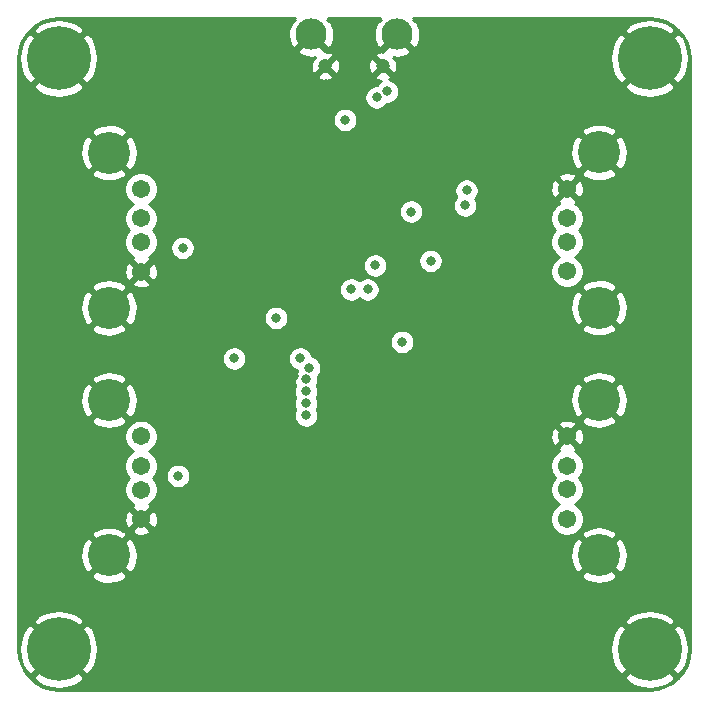
<source format=gbr>
%TF.GenerationSoftware,KiCad,Pcbnew,(5.1.10)-1*%
%TF.CreationDate,2021-08-09T12:49:03+02:00*%
%TF.ProjectId,hub,6875622e-6b69-4636-9164-5f7063625858,rev?*%
%TF.SameCoordinates,Original*%
%TF.FileFunction,Copper,L2,Inr*%
%TF.FilePolarity,Positive*%
%FSLAX46Y46*%
G04 Gerber Fmt 4.6, Leading zero omitted, Abs format (unit mm)*
G04 Created by KiCad (PCBNEW (5.1.10)-1) date 2021-08-09 12:49:03*
%MOMM*%
%LPD*%
G01*
G04 APERTURE LIST*
%TA.AperFunction,ComponentPad*%
%ADD10C,0.800000*%
%TD*%
%TA.AperFunction,ComponentPad*%
%ADD11C,5.400000*%
%TD*%
%TA.AperFunction,ComponentPad*%
%ADD12C,3.570000*%
%TD*%
%TA.AperFunction,ComponentPad*%
%ADD13C,1.545000*%
%TD*%
%TA.AperFunction,ComponentPad*%
%ADD14C,2.640000*%
%TD*%
%TA.AperFunction,ComponentPad*%
%ADD15C,1.200000*%
%TD*%
%TA.AperFunction,ViaPad*%
%ADD16C,0.800000*%
%TD*%
%TA.AperFunction,Conductor*%
%ADD17C,0.254000*%
%TD*%
%TA.AperFunction,Conductor*%
%ADD18C,0.100000*%
%TD*%
G04 APERTURE END LIST*
D10*
%TO.N,GND*%
%TO.C,H4*%
X190788891Y-53305109D03*
X189357000Y-52712000D03*
X187925109Y-53305109D03*
X187332000Y-54737000D03*
X187925109Y-56168891D03*
X189357000Y-56762000D03*
X190788891Y-56168891D03*
X191382000Y-54737000D03*
D11*
X189357000Y-54737000D03*
%TD*%
D10*
%TO.N,GND*%
%TO.C,H3*%
X140750891Y-53305109D03*
X139319000Y-52712000D03*
X137887109Y-53305109D03*
X137294000Y-54737000D03*
X137887109Y-56168891D03*
X139319000Y-56762000D03*
X140750891Y-56168891D03*
X141344000Y-54737000D03*
D11*
X139319000Y-54737000D03*
%TD*%
D10*
%TO.N,GND*%
%TO.C,H2*%
X140750891Y-103343109D03*
X139319000Y-102750000D03*
X137887109Y-103343109D03*
X137294000Y-104775000D03*
X137887109Y-106206891D03*
X139319000Y-106800000D03*
X140750891Y-106206891D03*
X141344000Y-104775000D03*
D11*
X139319000Y-104775000D03*
%TD*%
D10*
%TO.N,GND*%
%TO.C,H1*%
X190788891Y-103343109D03*
X189357000Y-102750000D03*
X187925109Y-103343109D03*
X187332000Y-104775000D03*
X187925109Y-106206891D03*
X189357000Y-106800000D03*
X190788891Y-106206891D03*
X191382000Y-104775000D03*
D11*
X189357000Y-104775000D03*
%TD*%
D12*
%TO.N,GND*%
%TO.C,J5*%
X185082000Y-62701000D03*
X185082000Y-75841000D03*
D13*
X182372000Y-65771000D03*
%TO.N,/D3_P*%
X182372000Y-68271000D03*
%TO.N,/D3_N*%
X182372000Y-70271000D03*
%TO.N,+5V*%
X182372000Y-72771000D03*
%TD*%
D12*
%TO.N,GND*%
%TO.C,J4*%
X185082000Y-83656000D03*
X185082000Y-96796000D03*
D13*
X182372000Y-86726000D03*
%TO.N,/D4_P*%
X182372000Y-89226000D03*
%TO.N,/D4_N*%
X182372000Y-91226000D03*
%TO.N,+5V*%
X182372000Y-93726000D03*
%TD*%
D12*
%TO.N,GND*%
%TO.C,J3*%
X143594000Y-96811000D03*
X143594000Y-83671000D03*
D13*
X146304000Y-93741000D03*
%TO.N,/D2_P*%
X146304000Y-91241000D03*
%TO.N,/D2_N*%
X146304000Y-89241000D03*
%TO.N,+5V*%
X146304000Y-86741000D03*
%TD*%
D12*
%TO.N,GND*%
%TO.C,J2*%
X143594000Y-75856000D03*
X143594000Y-62716000D03*
D13*
X146304000Y-72786000D03*
%TO.N,/D1_P*%
X146304000Y-70286000D03*
%TO.N,/D1_N*%
X146304000Y-68286000D03*
%TO.N,+5V*%
X146304000Y-65786000D03*
%TD*%
D14*
%TO.N,GND*%
%TO.C,J1*%
X160713000Y-52705000D03*
X167963000Y-52705000D03*
D15*
X161913000Y-55385000D03*
X166763000Y-55385000D03*
%TD*%
D16*
%TO.N,GND*%
X154940000Y-78740000D03*
X154940000Y-77851000D03*
X159258000Y-81661000D03*
X159004000Y-83058000D03*
X155702000Y-83312000D03*
X158496000Y-88900000D03*
X161925000Y-89154000D03*
X166497000Y-86614000D03*
X167894000Y-85979000D03*
X173482000Y-76327000D03*
X173609000Y-77978000D03*
X170942000Y-61468000D03*
X169037000Y-63246000D03*
X156972000Y-58420000D03*
X161925000Y-56896000D03*
X162814000Y-57658000D03*
X168529000Y-73025000D03*
X167640000Y-72009000D03*
X162306000Y-72771000D03*
X161417000Y-74168000D03*
X163195000Y-76581000D03*
X162687000Y-86614000D03*
X164211000Y-78486000D03*
%TO.N,+5V*%
X154178000Y-80137000D03*
X159766000Y-80137000D03*
X167132000Y-57531000D03*
X166243000Y-58039000D03*
X163576000Y-59944000D03*
%TO.N,+3V3*%
X160274000Y-83947000D03*
X157734000Y-76708000D03*
%TO.N,+1V8*%
X160274000Y-84963000D03*
X168402000Y-78740000D03*
%TO.N,Net-(D2-Pad2)*%
X169164000Y-67703000D03*
X173863000Y-65913000D03*
%TO.N,/DRV*%
X160513410Y-80944081D03*
X164084000Y-74295000D03*
%TO.N,Net-(D4-Pad2)*%
X173736000Y-67183000D03*
X170815000Y-71882000D03*
%TO.N,/LED_1*%
X165481000Y-74295000D03*
X160274000Y-81915000D03*
%TO.N,/LED_2*%
X166116000Y-72263000D03*
X160274000Y-82931000D03*
%TO.N,/D1_P*%
X149821153Y-70777847D03*
%TO.N,/D2_P*%
X149450683Y-90079698D03*
%TD*%
D17*
%TO.N,GND*%
X159234548Y-51406156D02*
X159349529Y-51521137D01*
X159052394Y-51655480D01*
X158879551Y-51999614D01*
X158777166Y-52370857D01*
X158749175Y-52754940D01*
X158796652Y-53137104D01*
X158917773Y-53502662D01*
X159052394Y-53754520D01*
X159349531Y-53888864D01*
X160533395Y-52705000D01*
X160519253Y-52690858D01*
X160698858Y-52511253D01*
X160713000Y-52525395D01*
X160727143Y-52511253D01*
X160906748Y-52690858D01*
X160892605Y-52705000D01*
X162076469Y-53888864D01*
X162373606Y-53754520D01*
X162546449Y-53410386D01*
X162648834Y-53039143D01*
X162676825Y-52655060D01*
X162629348Y-52272896D01*
X162508227Y-51907338D01*
X162373606Y-51655480D01*
X162076471Y-51521137D01*
X162191452Y-51406156D01*
X162118296Y-51333000D01*
X166557704Y-51333000D01*
X166484548Y-51406156D01*
X166599529Y-51521137D01*
X166302394Y-51655480D01*
X166129551Y-51999614D01*
X166027166Y-52370857D01*
X165999175Y-52754940D01*
X166046652Y-53137104D01*
X166167773Y-53502662D01*
X166302394Y-53754520D01*
X166599531Y-53888864D01*
X167783395Y-52705000D01*
X167769253Y-52690858D01*
X167948858Y-52511253D01*
X167963000Y-52525395D01*
X167977143Y-52511253D01*
X168156748Y-52690858D01*
X168142605Y-52705000D01*
X169326469Y-53888864D01*
X169623606Y-53754520D01*
X169796449Y-53410386D01*
X169898834Y-53039143D01*
X169926825Y-52655060D01*
X169894099Y-52391626D01*
X187191231Y-52391626D01*
X189357000Y-54557395D01*
X191522769Y-52391626D01*
X191222589Y-51953172D01*
X190643644Y-51642704D01*
X190015254Y-51451148D01*
X189361569Y-51385866D01*
X188707707Y-51449366D01*
X188078797Y-51639208D01*
X187499008Y-51948096D01*
X187491411Y-51953172D01*
X187191231Y-52391626D01*
X169894099Y-52391626D01*
X169879348Y-52272896D01*
X169758227Y-51907338D01*
X169623606Y-51655480D01*
X169326471Y-51521137D01*
X169441452Y-51406156D01*
X169368296Y-51333000D01*
X189324721Y-51333000D01*
X190017558Y-51400933D01*
X190652960Y-51592772D01*
X191238994Y-51904373D01*
X191753347Y-52323870D01*
X192176419Y-52835275D01*
X192492104Y-53419123D01*
X192688375Y-54053170D01*
X192761000Y-54744155D01*
X192761001Y-104742712D01*
X192693067Y-105435558D01*
X192501228Y-106070958D01*
X192189630Y-106656991D01*
X191770130Y-107171347D01*
X191258725Y-107594419D01*
X190674878Y-107910103D01*
X190040830Y-108106375D01*
X189349845Y-108179000D01*
X139351278Y-108179000D01*
X138658442Y-108111067D01*
X138023042Y-107919228D01*
X137437009Y-107607630D01*
X136922653Y-107188130D01*
X136866601Y-107120374D01*
X137153231Y-107120374D01*
X137453411Y-107558828D01*
X138032356Y-107869296D01*
X138660746Y-108060852D01*
X139314431Y-108126134D01*
X139968293Y-108062634D01*
X140597203Y-107872792D01*
X141176992Y-107563904D01*
X141184589Y-107558828D01*
X141484769Y-107120374D01*
X187191231Y-107120374D01*
X187491411Y-107558828D01*
X188070356Y-107869296D01*
X188698746Y-108060852D01*
X189352431Y-108126134D01*
X190006293Y-108062634D01*
X190635203Y-107872792D01*
X191214992Y-107563904D01*
X191222589Y-107558828D01*
X191522769Y-107120374D01*
X189357000Y-104954605D01*
X187191231Y-107120374D01*
X141484769Y-107120374D01*
X139319000Y-104954605D01*
X137153231Y-107120374D01*
X136866601Y-107120374D01*
X136499581Y-106676725D01*
X136183897Y-106092878D01*
X135987625Y-105458830D01*
X135915272Y-104770431D01*
X135967866Y-104770431D01*
X136031366Y-105424293D01*
X136221208Y-106053203D01*
X136530096Y-106632992D01*
X136535172Y-106640589D01*
X136973626Y-106940769D01*
X139139395Y-104775000D01*
X139498605Y-104775000D01*
X141664374Y-106940769D01*
X142102828Y-106640589D01*
X142413296Y-106061644D01*
X142604852Y-105433254D01*
X142670134Y-104779569D01*
X142669247Y-104770431D01*
X186005866Y-104770431D01*
X186069366Y-105424293D01*
X186259208Y-106053203D01*
X186568096Y-106632992D01*
X186573172Y-106640589D01*
X187011626Y-106940769D01*
X189177395Y-104775000D01*
X189536605Y-104775000D01*
X191702374Y-106940769D01*
X192140828Y-106640589D01*
X192451296Y-106061644D01*
X192642852Y-105433254D01*
X192708134Y-104779569D01*
X192644634Y-104125707D01*
X192454792Y-103496797D01*
X192145904Y-102917008D01*
X192140828Y-102909411D01*
X191702374Y-102609231D01*
X189536605Y-104775000D01*
X189177395Y-104775000D01*
X187011626Y-102609231D01*
X186573172Y-102909411D01*
X186262704Y-103488356D01*
X186071148Y-104116746D01*
X186005866Y-104770431D01*
X142669247Y-104770431D01*
X142606634Y-104125707D01*
X142416792Y-103496797D01*
X142107904Y-102917008D01*
X142102828Y-102909411D01*
X141664374Y-102609231D01*
X139498605Y-104775000D01*
X139139395Y-104775000D01*
X136973626Y-102609231D01*
X136535172Y-102909411D01*
X136224704Y-103488356D01*
X136033148Y-104116746D01*
X135967866Y-104770431D01*
X135915272Y-104770431D01*
X135915000Y-104767845D01*
X135915000Y-102429626D01*
X137153231Y-102429626D01*
X139319000Y-104595395D01*
X141484769Y-102429626D01*
X187191231Y-102429626D01*
X189357000Y-104595395D01*
X191522769Y-102429626D01*
X191222589Y-101991172D01*
X190643644Y-101680704D01*
X190015254Y-101489148D01*
X189361569Y-101423866D01*
X188707707Y-101487366D01*
X188078797Y-101677208D01*
X187499008Y-101986096D01*
X187491411Y-101991172D01*
X187191231Y-102429626D01*
X141484769Y-102429626D01*
X141184589Y-101991172D01*
X140605644Y-101680704D01*
X139977254Y-101489148D01*
X139323569Y-101423866D01*
X138669707Y-101487366D01*
X138040797Y-101677208D01*
X137461008Y-101986096D01*
X137453411Y-101991172D01*
X137153231Y-102429626D01*
X135915000Y-102429626D01*
X135915000Y-98505516D01*
X142079089Y-98505516D01*
X142269373Y-98850257D01*
X142692665Y-99069495D01*
X143150595Y-99201940D01*
X143625564Y-99242503D01*
X144099320Y-99189624D01*
X144553656Y-99045337D01*
X144918627Y-98850257D01*
X145108911Y-98505516D01*
X145093911Y-98490516D01*
X183567089Y-98490516D01*
X183757373Y-98835257D01*
X184180665Y-99054495D01*
X184638595Y-99186940D01*
X185113564Y-99227503D01*
X185587320Y-99174624D01*
X186041656Y-99030337D01*
X186406627Y-98835257D01*
X186596911Y-98490516D01*
X185082000Y-96975605D01*
X183567089Y-98490516D01*
X145093911Y-98490516D01*
X143594000Y-96990605D01*
X142079089Y-98505516D01*
X135915000Y-98505516D01*
X135915000Y-96842564D01*
X141162497Y-96842564D01*
X141215376Y-97316320D01*
X141359663Y-97770656D01*
X141554743Y-98135627D01*
X141899484Y-98325911D01*
X143414395Y-96811000D01*
X143773605Y-96811000D01*
X145288516Y-98325911D01*
X145633257Y-98135627D01*
X145852495Y-97712335D01*
X145984940Y-97254405D01*
X146021392Y-96827564D01*
X182650497Y-96827564D01*
X182703376Y-97301320D01*
X182847663Y-97755656D01*
X183042743Y-98120627D01*
X183387484Y-98310911D01*
X184902395Y-96796000D01*
X185261605Y-96796000D01*
X186776516Y-98310911D01*
X187121257Y-98120627D01*
X187340495Y-97697335D01*
X187472940Y-97239405D01*
X187513503Y-96764436D01*
X187460624Y-96290680D01*
X187316337Y-95836344D01*
X187121257Y-95471373D01*
X186776516Y-95281089D01*
X185261605Y-96796000D01*
X184902395Y-96796000D01*
X183387484Y-95281089D01*
X183042743Y-95471373D01*
X182823505Y-95894665D01*
X182691060Y-96352595D01*
X182650497Y-96827564D01*
X146021392Y-96827564D01*
X146025503Y-96779436D01*
X145972624Y-96305680D01*
X145828337Y-95851344D01*
X145633257Y-95486373D01*
X145288516Y-95296089D01*
X143773605Y-96811000D01*
X143414395Y-96811000D01*
X141899484Y-95296089D01*
X141554743Y-95486373D01*
X141335505Y-95909665D01*
X141203060Y-96367595D01*
X141162497Y-96842564D01*
X135915000Y-96842564D01*
X135915000Y-95116484D01*
X142079089Y-95116484D01*
X143594000Y-96631395D01*
X145108911Y-95116484D01*
X144918627Y-94771743D01*
X144807264Y-94714064D01*
X145510541Y-94714064D01*
X145578793Y-94955227D01*
X145829611Y-95073377D01*
X146098660Y-95140324D01*
X146375600Y-95153496D01*
X146649788Y-95112387D01*
X146910688Y-95018576D01*
X147029207Y-94955227D01*
X147097459Y-94714064D01*
X146304000Y-93920605D01*
X145510541Y-94714064D01*
X144807264Y-94714064D01*
X144495335Y-94552505D01*
X144037405Y-94420060D01*
X143562436Y-94379497D01*
X143088680Y-94432376D01*
X142634344Y-94576663D01*
X142269373Y-94771743D01*
X142079089Y-95116484D01*
X135915000Y-95116484D01*
X135915000Y-93812600D01*
X144891504Y-93812600D01*
X144932613Y-94086788D01*
X145026424Y-94347688D01*
X145089773Y-94466207D01*
X145330936Y-94534459D01*
X146124395Y-93741000D01*
X146483605Y-93741000D01*
X147277064Y-94534459D01*
X147518227Y-94466207D01*
X147636377Y-94215389D01*
X147703324Y-93946340D01*
X147716496Y-93669400D01*
X147675387Y-93395212D01*
X147581576Y-93134312D01*
X147518227Y-93015793D01*
X147277064Y-92947541D01*
X146483605Y-93741000D01*
X146124395Y-93741000D01*
X145330936Y-92947541D01*
X145089773Y-93015793D01*
X144971623Y-93266611D01*
X144904676Y-93535660D01*
X144891504Y-93812600D01*
X135915000Y-93812600D01*
X135915000Y-86602373D01*
X144896500Y-86602373D01*
X144896500Y-86879627D01*
X144950590Y-87151553D01*
X145056690Y-87407701D01*
X145210724Y-87638229D01*
X145406771Y-87834276D01*
X145637299Y-87988310D01*
X145643793Y-87991000D01*
X145637299Y-87993690D01*
X145406771Y-88147724D01*
X145210724Y-88343771D01*
X145056690Y-88574299D01*
X144950590Y-88830447D01*
X144896500Y-89102373D01*
X144896500Y-89379627D01*
X144950590Y-89651553D01*
X145056690Y-89907701D01*
X145210724Y-90138229D01*
X145313495Y-90241000D01*
X145210724Y-90343771D01*
X145056690Y-90574299D01*
X144950590Y-90830447D01*
X144896500Y-91102373D01*
X144896500Y-91379627D01*
X144950590Y-91651553D01*
X145056690Y-91907701D01*
X145210724Y-92138229D01*
X145406771Y-92334276D01*
X145637299Y-92488310D01*
X145644879Y-92491450D01*
X145578793Y-92526773D01*
X145510541Y-92767936D01*
X146304000Y-93561395D01*
X147097459Y-92767936D01*
X147029207Y-92526773D01*
X146958385Y-92493412D01*
X146970701Y-92488310D01*
X147201229Y-92334276D01*
X147397276Y-92138229D01*
X147551310Y-91907701D01*
X147657410Y-91651553D01*
X147711500Y-91379627D01*
X147711500Y-91102373D01*
X147657410Y-90830447D01*
X147551310Y-90574299D01*
X147397276Y-90343771D01*
X147294505Y-90241000D01*
X147397276Y-90138229D01*
X147504498Y-89977759D01*
X148415683Y-89977759D01*
X148415683Y-90181637D01*
X148455457Y-90381596D01*
X148533478Y-90569954D01*
X148646746Y-90739472D01*
X148790909Y-90883635D01*
X148960427Y-90996903D01*
X149148785Y-91074924D01*
X149348744Y-91114698D01*
X149552622Y-91114698D01*
X149752581Y-91074924D01*
X149940939Y-90996903D01*
X150110457Y-90883635D01*
X150254620Y-90739472D01*
X150367888Y-90569954D01*
X150445909Y-90381596D01*
X150485683Y-90181637D01*
X150485683Y-89977759D01*
X150445909Y-89777800D01*
X150367888Y-89589442D01*
X150254620Y-89419924D01*
X150110457Y-89275761D01*
X149940939Y-89162493D01*
X149759585Y-89087373D01*
X180964500Y-89087373D01*
X180964500Y-89364627D01*
X181018590Y-89636553D01*
X181124690Y-89892701D01*
X181278724Y-90123229D01*
X181381495Y-90226000D01*
X181278724Y-90328771D01*
X181124690Y-90559299D01*
X181018590Y-90815447D01*
X180964500Y-91087373D01*
X180964500Y-91364627D01*
X181018590Y-91636553D01*
X181124690Y-91892701D01*
X181278724Y-92123229D01*
X181474771Y-92319276D01*
X181705299Y-92473310D01*
X181711793Y-92476000D01*
X181705299Y-92478690D01*
X181474771Y-92632724D01*
X181278724Y-92828771D01*
X181124690Y-93059299D01*
X181018590Y-93315447D01*
X180964500Y-93587373D01*
X180964500Y-93864627D01*
X181018590Y-94136553D01*
X181124690Y-94392701D01*
X181278724Y-94623229D01*
X181474771Y-94819276D01*
X181705299Y-94973310D01*
X181961447Y-95079410D01*
X182233373Y-95133500D01*
X182510627Y-95133500D01*
X182671580Y-95101484D01*
X183567089Y-95101484D01*
X185082000Y-96616395D01*
X186596911Y-95101484D01*
X186406627Y-94756743D01*
X185983335Y-94537505D01*
X185525405Y-94405060D01*
X185050436Y-94364497D01*
X184576680Y-94417376D01*
X184122344Y-94561663D01*
X183757373Y-94756743D01*
X183567089Y-95101484D01*
X182671580Y-95101484D01*
X182782553Y-95079410D01*
X183038701Y-94973310D01*
X183269229Y-94819276D01*
X183465276Y-94623229D01*
X183619310Y-94392701D01*
X183725410Y-94136553D01*
X183779500Y-93864627D01*
X183779500Y-93587373D01*
X183725410Y-93315447D01*
X183619310Y-93059299D01*
X183465276Y-92828771D01*
X183269229Y-92632724D01*
X183038701Y-92478690D01*
X183032207Y-92476000D01*
X183038701Y-92473310D01*
X183269229Y-92319276D01*
X183465276Y-92123229D01*
X183619310Y-91892701D01*
X183725410Y-91636553D01*
X183779500Y-91364627D01*
X183779500Y-91087373D01*
X183725410Y-90815447D01*
X183619310Y-90559299D01*
X183465276Y-90328771D01*
X183362505Y-90226000D01*
X183465276Y-90123229D01*
X183619310Y-89892701D01*
X183725410Y-89636553D01*
X183779500Y-89364627D01*
X183779500Y-89087373D01*
X183725410Y-88815447D01*
X183619310Y-88559299D01*
X183465276Y-88328771D01*
X183269229Y-88132724D01*
X183038701Y-87978690D01*
X183031121Y-87975550D01*
X183097207Y-87940227D01*
X183165459Y-87699064D01*
X182372000Y-86905605D01*
X181578541Y-87699064D01*
X181646793Y-87940227D01*
X181717615Y-87973588D01*
X181705299Y-87978690D01*
X181474771Y-88132724D01*
X181278724Y-88328771D01*
X181124690Y-88559299D01*
X181018590Y-88815447D01*
X180964500Y-89087373D01*
X149759585Y-89087373D01*
X149752581Y-89084472D01*
X149552622Y-89044698D01*
X149348744Y-89044698D01*
X149148785Y-89084472D01*
X148960427Y-89162493D01*
X148790909Y-89275761D01*
X148646746Y-89419924D01*
X148533478Y-89589442D01*
X148455457Y-89777800D01*
X148415683Y-89977759D01*
X147504498Y-89977759D01*
X147551310Y-89907701D01*
X147657410Y-89651553D01*
X147711500Y-89379627D01*
X147711500Y-89102373D01*
X147657410Y-88830447D01*
X147551310Y-88574299D01*
X147397276Y-88343771D01*
X147201229Y-88147724D01*
X146970701Y-87993690D01*
X146964207Y-87991000D01*
X146970701Y-87988310D01*
X147201229Y-87834276D01*
X147397276Y-87638229D01*
X147551310Y-87407701D01*
X147657410Y-87151553D01*
X147711500Y-86879627D01*
X147711500Y-86797600D01*
X180959504Y-86797600D01*
X181000613Y-87071788D01*
X181094424Y-87332688D01*
X181157773Y-87451207D01*
X181398936Y-87519459D01*
X182192395Y-86726000D01*
X182551605Y-86726000D01*
X183345064Y-87519459D01*
X183586227Y-87451207D01*
X183704377Y-87200389D01*
X183771324Y-86931340D01*
X183784496Y-86654400D01*
X183743387Y-86380212D01*
X183649576Y-86119312D01*
X183586227Y-86000793D01*
X183345064Y-85932541D01*
X182551605Y-86726000D01*
X182192395Y-86726000D01*
X181398936Y-85932541D01*
X181157773Y-86000793D01*
X181039623Y-86251611D01*
X180972676Y-86520660D01*
X180959504Y-86797600D01*
X147711500Y-86797600D01*
X147711500Y-86602373D01*
X147657410Y-86330447D01*
X147551310Y-86074299D01*
X147397276Y-85843771D01*
X147201229Y-85647724D01*
X146970701Y-85493690D01*
X146714553Y-85387590D01*
X146442627Y-85333500D01*
X146165373Y-85333500D01*
X145893447Y-85387590D01*
X145637299Y-85493690D01*
X145406771Y-85647724D01*
X145210724Y-85843771D01*
X145056690Y-86074299D01*
X144950590Y-86330447D01*
X144896500Y-86602373D01*
X135915000Y-86602373D01*
X135915000Y-85365516D01*
X142079089Y-85365516D01*
X142269373Y-85710257D01*
X142692665Y-85929495D01*
X143150595Y-86061940D01*
X143625564Y-86102503D01*
X144099320Y-86049624D01*
X144553656Y-85905337D01*
X144918627Y-85710257D01*
X145108911Y-85365516D01*
X143594000Y-83850605D01*
X142079089Y-85365516D01*
X135915000Y-85365516D01*
X135915000Y-83702564D01*
X141162497Y-83702564D01*
X141215376Y-84176320D01*
X141359663Y-84630656D01*
X141554743Y-84995627D01*
X141899484Y-85185911D01*
X143414395Y-83671000D01*
X143773605Y-83671000D01*
X145288516Y-85185911D01*
X145633257Y-84995627D01*
X145852495Y-84572335D01*
X145984940Y-84114405D01*
X146025503Y-83639436D01*
X145972624Y-83165680D01*
X145828337Y-82711344D01*
X145633257Y-82346373D01*
X145288516Y-82156089D01*
X143773605Y-83671000D01*
X143414395Y-83671000D01*
X141899484Y-82156089D01*
X141554743Y-82346373D01*
X141335505Y-82769665D01*
X141203060Y-83227595D01*
X141162497Y-83702564D01*
X135915000Y-83702564D01*
X135915000Y-81976484D01*
X142079089Y-81976484D01*
X143594000Y-83491395D01*
X145108911Y-81976484D01*
X144918627Y-81631743D01*
X144495335Y-81412505D01*
X144037405Y-81280060D01*
X143562436Y-81239497D01*
X143088680Y-81292376D01*
X142634344Y-81436663D01*
X142269373Y-81631743D01*
X142079089Y-81976484D01*
X135915000Y-81976484D01*
X135915000Y-80035061D01*
X153143000Y-80035061D01*
X153143000Y-80238939D01*
X153182774Y-80438898D01*
X153260795Y-80627256D01*
X153374063Y-80796774D01*
X153518226Y-80940937D01*
X153687744Y-81054205D01*
X153876102Y-81132226D01*
X154076061Y-81172000D01*
X154279939Y-81172000D01*
X154479898Y-81132226D01*
X154668256Y-81054205D01*
X154837774Y-80940937D01*
X154981937Y-80796774D01*
X155095205Y-80627256D01*
X155173226Y-80438898D01*
X155213000Y-80238939D01*
X155213000Y-80035061D01*
X158731000Y-80035061D01*
X158731000Y-80238939D01*
X158770774Y-80438898D01*
X158848795Y-80627256D01*
X158962063Y-80796774D01*
X159106226Y-80940937D01*
X159275744Y-81054205D01*
X159464102Y-81132226D01*
X159496853Y-81138741D01*
X159511734Y-81213555D01*
X159470063Y-81255226D01*
X159356795Y-81424744D01*
X159278774Y-81613102D01*
X159239000Y-81813061D01*
X159239000Y-82016939D01*
X159278774Y-82216898D01*
X159356795Y-82405256D01*
X159368651Y-82423000D01*
X159356795Y-82440744D01*
X159278774Y-82629102D01*
X159239000Y-82829061D01*
X159239000Y-83032939D01*
X159278774Y-83232898D01*
X159356795Y-83421256D01*
X159368651Y-83439000D01*
X159356795Y-83456744D01*
X159278774Y-83645102D01*
X159239000Y-83845061D01*
X159239000Y-84048939D01*
X159278774Y-84248898D01*
X159356795Y-84437256D01*
X159368651Y-84455000D01*
X159356795Y-84472744D01*
X159278774Y-84661102D01*
X159239000Y-84861061D01*
X159239000Y-85064939D01*
X159278774Y-85264898D01*
X159356795Y-85453256D01*
X159470063Y-85622774D01*
X159614226Y-85766937D01*
X159783744Y-85880205D01*
X159972102Y-85958226D01*
X160172061Y-85998000D01*
X160375939Y-85998000D01*
X160575898Y-85958226D01*
X160764256Y-85880205D01*
X160933774Y-85766937D01*
X160947775Y-85752936D01*
X181578541Y-85752936D01*
X182372000Y-86546395D01*
X183165459Y-85752936D01*
X183097207Y-85511773D01*
X182846389Y-85393623D01*
X182673150Y-85350516D01*
X183567089Y-85350516D01*
X183757373Y-85695257D01*
X184180665Y-85914495D01*
X184638595Y-86046940D01*
X185113564Y-86087503D01*
X185587320Y-86034624D01*
X186041656Y-85890337D01*
X186406627Y-85695257D01*
X186596911Y-85350516D01*
X185082000Y-83835605D01*
X183567089Y-85350516D01*
X182673150Y-85350516D01*
X182577340Y-85326676D01*
X182300400Y-85313504D01*
X182026212Y-85354613D01*
X181765312Y-85448424D01*
X181646793Y-85511773D01*
X181578541Y-85752936D01*
X160947775Y-85752936D01*
X161077937Y-85622774D01*
X161191205Y-85453256D01*
X161269226Y-85264898D01*
X161309000Y-85064939D01*
X161309000Y-84861061D01*
X161269226Y-84661102D01*
X161191205Y-84472744D01*
X161179349Y-84455000D01*
X161191205Y-84437256D01*
X161269226Y-84248898D01*
X161309000Y-84048939D01*
X161309000Y-83845061D01*
X161277673Y-83687564D01*
X182650497Y-83687564D01*
X182703376Y-84161320D01*
X182847663Y-84615656D01*
X183042743Y-84980627D01*
X183387484Y-85170911D01*
X184902395Y-83656000D01*
X185261605Y-83656000D01*
X186776516Y-85170911D01*
X187121257Y-84980627D01*
X187340495Y-84557335D01*
X187472940Y-84099405D01*
X187513503Y-83624436D01*
X187460624Y-83150680D01*
X187316337Y-82696344D01*
X187121257Y-82331373D01*
X186776516Y-82141089D01*
X185261605Y-83656000D01*
X184902395Y-83656000D01*
X183387484Y-82141089D01*
X183042743Y-82331373D01*
X182823505Y-82754665D01*
X182691060Y-83212595D01*
X182650497Y-83687564D01*
X161277673Y-83687564D01*
X161269226Y-83645102D01*
X161191205Y-83456744D01*
X161179349Y-83439000D01*
X161191205Y-83421256D01*
X161269226Y-83232898D01*
X161309000Y-83032939D01*
X161309000Y-82829061D01*
X161269226Y-82629102D01*
X161191205Y-82440744D01*
X161179349Y-82423000D01*
X161191205Y-82405256D01*
X161269226Y-82216898D01*
X161309000Y-82016939D01*
X161309000Y-81961484D01*
X183567089Y-81961484D01*
X185082000Y-83476395D01*
X186596911Y-81961484D01*
X186406627Y-81616743D01*
X185983335Y-81397505D01*
X185525405Y-81265060D01*
X185050436Y-81224497D01*
X184576680Y-81277376D01*
X184122344Y-81421663D01*
X183757373Y-81616743D01*
X183567089Y-81961484D01*
X161309000Y-81961484D01*
X161309000Y-81813061D01*
X161275676Y-81645526D01*
X161317347Y-81603855D01*
X161430615Y-81434337D01*
X161508636Y-81245979D01*
X161548410Y-81046020D01*
X161548410Y-80842142D01*
X161508636Y-80642183D01*
X161430615Y-80453825D01*
X161317347Y-80284307D01*
X161173184Y-80140144D01*
X161003666Y-80026876D01*
X160815308Y-79948855D01*
X160782557Y-79942340D01*
X160761226Y-79835102D01*
X160683205Y-79646744D01*
X160569937Y-79477226D01*
X160425774Y-79333063D01*
X160256256Y-79219795D01*
X160067898Y-79141774D01*
X159867939Y-79102000D01*
X159664061Y-79102000D01*
X159464102Y-79141774D01*
X159275744Y-79219795D01*
X159106226Y-79333063D01*
X158962063Y-79477226D01*
X158848795Y-79646744D01*
X158770774Y-79835102D01*
X158731000Y-80035061D01*
X155213000Y-80035061D01*
X155173226Y-79835102D01*
X155095205Y-79646744D01*
X154981937Y-79477226D01*
X154837774Y-79333063D01*
X154668256Y-79219795D01*
X154479898Y-79141774D01*
X154279939Y-79102000D01*
X154076061Y-79102000D01*
X153876102Y-79141774D01*
X153687744Y-79219795D01*
X153518226Y-79333063D01*
X153374063Y-79477226D01*
X153260795Y-79646744D01*
X153182774Y-79835102D01*
X153143000Y-80035061D01*
X135915000Y-80035061D01*
X135915000Y-78638061D01*
X167367000Y-78638061D01*
X167367000Y-78841939D01*
X167406774Y-79041898D01*
X167484795Y-79230256D01*
X167598063Y-79399774D01*
X167742226Y-79543937D01*
X167911744Y-79657205D01*
X168100102Y-79735226D01*
X168300061Y-79775000D01*
X168503939Y-79775000D01*
X168703898Y-79735226D01*
X168892256Y-79657205D01*
X169061774Y-79543937D01*
X169205937Y-79399774D01*
X169319205Y-79230256D01*
X169397226Y-79041898D01*
X169437000Y-78841939D01*
X169437000Y-78638061D01*
X169397226Y-78438102D01*
X169319205Y-78249744D01*
X169205937Y-78080226D01*
X169061774Y-77936063D01*
X168892256Y-77822795D01*
X168703898Y-77744774D01*
X168503939Y-77705000D01*
X168300061Y-77705000D01*
X168100102Y-77744774D01*
X167911744Y-77822795D01*
X167742226Y-77936063D01*
X167598063Y-78080226D01*
X167484795Y-78249744D01*
X167406774Y-78438102D01*
X167367000Y-78638061D01*
X135915000Y-78638061D01*
X135915000Y-77550516D01*
X142079089Y-77550516D01*
X142269373Y-77895257D01*
X142692665Y-78114495D01*
X143150595Y-78246940D01*
X143625564Y-78287503D01*
X144099320Y-78234624D01*
X144553656Y-78090337D01*
X144918627Y-77895257D01*
X145108911Y-77550516D01*
X143594000Y-76035605D01*
X142079089Y-77550516D01*
X135915000Y-77550516D01*
X135915000Y-75887564D01*
X141162497Y-75887564D01*
X141215376Y-76361320D01*
X141359663Y-76815656D01*
X141554743Y-77180627D01*
X141899484Y-77370911D01*
X143414395Y-75856000D01*
X143773605Y-75856000D01*
X145288516Y-77370911D01*
X145633257Y-77180627D01*
X145852495Y-76757335D01*
X145896247Y-76606061D01*
X156699000Y-76606061D01*
X156699000Y-76809939D01*
X156738774Y-77009898D01*
X156816795Y-77198256D01*
X156930063Y-77367774D01*
X157074226Y-77511937D01*
X157243744Y-77625205D01*
X157432102Y-77703226D01*
X157632061Y-77743000D01*
X157835939Y-77743000D01*
X158035898Y-77703226D01*
X158224256Y-77625205D01*
X158358485Y-77535516D01*
X183567089Y-77535516D01*
X183757373Y-77880257D01*
X184180665Y-78099495D01*
X184638595Y-78231940D01*
X185113564Y-78272503D01*
X185587320Y-78219624D01*
X186041656Y-78075337D01*
X186406627Y-77880257D01*
X186596911Y-77535516D01*
X185082000Y-76020605D01*
X183567089Y-77535516D01*
X158358485Y-77535516D01*
X158393774Y-77511937D01*
X158537937Y-77367774D01*
X158651205Y-77198256D01*
X158729226Y-77009898D01*
X158769000Y-76809939D01*
X158769000Y-76606061D01*
X158729226Y-76406102D01*
X158651205Y-76217744D01*
X158537937Y-76048226D01*
X158393774Y-75904063D01*
X158346633Y-75872564D01*
X182650497Y-75872564D01*
X182703376Y-76346320D01*
X182847663Y-76800656D01*
X183042743Y-77165627D01*
X183387484Y-77355911D01*
X184902395Y-75841000D01*
X185261605Y-75841000D01*
X186776516Y-77355911D01*
X187121257Y-77165627D01*
X187340495Y-76742335D01*
X187472940Y-76284405D01*
X187513503Y-75809436D01*
X187460624Y-75335680D01*
X187316337Y-74881344D01*
X187121257Y-74516373D01*
X186776516Y-74326089D01*
X185261605Y-75841000D01*
X184902395Y-75841000D01*
X183387484Y-74326089D01*
X183042743Y-74516373D01*
X182823505Y-74939665D01*
X182691060Y-75397595D01*
X182650497Y-75872564D01*
X158346633Y-75872564D01*
X158224256Y-75790795D01*
X158035898Y-75712774D01*
X157835939Y-75673000D01*
X157632061Y-75673000D01*
X157432102Y-75712774D01*
X157243744Y-75790795D01*
X157074226Y-75904063D01*
X156930063Y-76048226D01*
X156816795Y-76217744D01*
X156738774Y-76406102D01*
X156699000Y-76606061D01*
X145896247Y-76606061D01*
X145984940Y-76299405D01*
X146025503Y-75824436D01*
X145972624Y-75350680D01*
X145828337Y-74896344D01*
X145633257Y-74531373D01*
X145288516Y-74341089D01*
X143773605Y-75856000D01*
X143414395Y-75856000D01*
X141899484Y-74341089D01*
X141554743Y-74531373D01*
X141335505Y-74954665D01*
X141203060Y-75412595D01*
X141162497Y-75887564D01*
X135915000Y-75887564D01*
X135915000Y-74161484D01*
X142079089Y-74161484D01*
X143594000Y-75676395D01*
X145108911Y-74161484D01*
X144918627Y-73816743D01*
X144807264Y-73759064D01*
X145510541Y-73759064D01*
X145578793Y-74000227D01*
X145829611Y-74118377D01*
X146098660Y-74185324D01*
X146375600Y-74198496D01*
X146411850Y-74193061D01*
X163049000Y-74193061D01*
X163049000Y-74396939D01*
X163088774Y-74596898D01*
X163166795Y-74785256D01*
X163280063Y-74954774D01*
X163424226Y-75098937D01*
X163593744Y-75212205D01*
X163782102Y-75290226D01*
X163982061Y-75330000D01*
X164185939Y-75330000D01*
X164385898Y-75290226D01*
X164574256Y-75212205D01*
X164743774Y-75098937D01*
X164782500Y-75060211D01*
X164821226Y-75098937D01*
X164990744Y-75212205D01*
X165179102Y-75290226D01*
X165379061Y-75330000D01*
X165582939Y-75330000D01*
X165782898Y-75290226D01*
X165971256Y-75212205D01*
X166140774Y-75098937D01*
X166284937Y-74954774D01*
X166398205Y-74785256D01*
X166476226Y-74596898D01*
X166516000Y-74396939D01*
X166516000Y-74193061D01*
X166476226Y-73993102D01*
X166398205Y-73804744D01*
X166284937Y-73635226D01*
X166140774Y-73491063D01*
X165971256Y-73377795D01*
X165782898Y-73299774D01*
X165582939Y-73260000D01*
X165379061Y-73260000D01*
X165179102Y-73299774D01*
X164990744Y-73377795D01*
X164821226Y-73491063D01*
X164782500Y-73529789D01*
X164743774Y-73491063D01*
X164574256Y-73377795D01*
X164385898Y-73299774D01*
X164185939Y-73260000D01*
X163982061Y-73260000D01*
X163782102Y-73299774D01*
X163593744Y-73377795D01*
X163424226Y-73491063D01*
X163280063Y-73635226D01*
X163166795Y-73804744D01*
X163088774Y-73993102D01*
X163049000Y-74193061D01*
X146411850Y-74193061D01*
X146649788Y-74157387D01*
X146910688Y-74063576D01*
X147029207Y-74000227D01*
X147097459Y-73759064D01*
X146304000Y-72965605D01*
X145510541Y-73759064D01*
X144807264Y-73759064D01*
X144495335Y-73597505D01*
X144037405Y-73465060D01*
X143562436Y-73424497D01*
X143088680Y-73477376D01*
X142634344Y-73621663D01*
X142269373Y-73816743D01*
X142079089Y-74161484D01*
X135915000Y-74161484D01*
X135915000Y-72857600D01*
X144891504Y-72857600D01*
X144932613Y-73131788D01*
X145026424Y-73392688D01*
X145089773Y-73511207D01*
X145330936Y-73579459D01*
X146124395Y-72786000D01*
X146483605Y-72786000D01*
X147277064Y-73579459D01*
X147518227Y-73511207D01*
X147636377Y-73260389D01*
X147703324Y-72991340D01*
X147716496Y-72714400D01*
X147675387Y-72440212D01*
X147581576Y-72179312D01*
X147571821Y-72161061D01*
X165081000Y-72161061D01*
X165081000Y-72364939D01*
X165120774Y-72564898D01*
X165198795Y-72753256D01*
X165312063Y-72922774D01*
X165456226Y-73066937D01*
X165625744Y-73180205D01*
X165814102Y-73258226D01*
X166014061Y-73298000D01*
X166217939Y-73298000D01*
X166417898Y-73258226D01*
X166606256Y-73180205D01*
X166775774Y-73066937D01*
X166919937Y-72922774D01*
X167033205Y-72753256D01*
X167111226Y-72564898D01*
X167151000Y-72364939D01*
X167151000Y-72161061D01*
X167111226Y-71961102D01*
X167036236Y-71780061D01*
X169780000Y-71780061D01*
X169780000Y-71983939D01*
X169819774Y-72183898D01*
X169897795Y-72372256D01*
X170011063Y-72541774D01*
X170155226Y-72685937D01*
X170324744Y-72799205D01*
X170513102Y-72877226D01*
X170713061Y-72917000D01*
X170916939Y-72917000D01*
X171116898Y-72877226D01*
X171305256Y-72799205D01*
X171474774Y-72685937D01*
X171618937Y-72541774D01*
X171732205Y-72372256D01*
X171810226Y-72183898D01*
X171850000Y-71983939D01*
X171850000Y-71780061D01*
X171810226Y-71580102D01*
X171732205Y-71391744D01*
X171618937Y-71222226D01*
X171474774Y-71078063D01*
X171305256Y-70964795D01*
X171116898Y-70886774D01*
X170916939Y-70847000D01*
X170713061Y-70847000D01*
X170513102Y-70886774D01*
X170324744Y-70964795D01*
X170155226Y-71078063D01*
X170011063Y-71222226D01*
X169897795Y-71391744D01*
X169819774Y-71580102D01*
X169780000Y-71780061D01*
X167036236Y-71780061D01*
X167033205Y-71772744D01*
X166919937Y-71603226D01*
X166775774Y-71459063D01*
X166606256Y-71345795D01*
X166417898Y-71267774D01*
X166217939Y-71228000D01*
X166014061Y-71228000D01*
X165814102Y-71267774D01*
X165625744Y-71345795D01*
X165456226Y-71459063D01*
X165312063Y-71603226D01*
X165198795Y-71772744D01*
X165120774Y-71961102D01*
X165081000Y-72161061D01*
X147571821Y-72161061D01*
X147518227Y-72060793D01*
X147277064Y-71992541D01*
X146483605Y-72786000D01*
X146124395Y-72786000D01*
X145330936Y-71992541D01*
X145089773Y-72060793D01*
X144971623Y-72311611D01*
X144904676Y-72580660D01*
X144891504Y-72857600D01*
X135915000Y-72857600D01*
X135915000Y-65647373D01*
X144896500Y-65647373D01*
X144896500Y-65924627D01*
X144950590Y-66196553D01*
X145056690Y-66452701D01*
X145210724Y-66683229D01*
X145406771Y-66879276D01*
X145637299Y-67033310D01*
X145643793Y-67036000D01*
X145637299Y-67038690D01*
X145406771Y-67192724D01*
X145210724Y-67388771D01*
X145056690Y-67619299D01*
X144950590Y-67875447D01*
X144896500Y-68147373D01*
X144896500Y-68424627D01*
X144950590Y-68696553D01*
X145056690Y-68952701D01*
X145210724Y-69183229D01*
X145313495Y-69286000D01*
X145210724Y-69388771D01*
X145056690Y-69619299D01*
X144950590Y-69875447D01*
X144896500Y-70147373D01*
X144896500Y-70424627D01*
X144950590Y-70696553D01*
X145056690Y-70952701D01*
X145210724Y-71183229D01*
X145406771Y-71379276D01*
X145637299Y-71533310D01*
X145644879Y-71536450D01*
X145578793Y-71571773D01*
X145510541Y-71812936D01*
X146304000Y-72606395D01*
X147097459Y-71812936D01*
X147029207Y-71571773D01*
X146958385Y-71538412D01*
X146970701Y-71533310D01*
X147201229Y-71379276D01*
X147397276Y-71183229D01*
X147551310Y-70952701D01*
X147657410Y-70696553D01*
X147661516Y-70675908D01*
X148786153Y-70675908D01*
X148786153Y-70879786D01*
X148825927Y-71079745D01*
X148903948Y-71268103D01*
X149017216Y-71437621D01*
X149161379Y-71581784D01*
X149330897Y-71695052D01*
X149519255Y-71773073D01*
X149719214Y-71812847D01*
X149923092Y-71812847D01*
X150123051Y-71773073D01*
X150311409Y-71695052D01*
X150480927Y-71581784D01*
X150625090Y-71437621D01*
X150738358Y-71268103D01*
X150816379Y-71079745D01*
X150856153Y-70879786D01*
X150856153Y-70675908D01*
X150816379Y-70475949D01*
X150738358Y-70287591D01*
X150625090Y-70118073D01*
X150480927Y-69973910D01*
X150311409Y-69860642D01*
X150123051Y-69782621D01*
X149923092Y-69742847D01*
X149719214Y-69742847D01*
X149519255Y-69782621D01*
X149330897Y-69860642D01*
X149161379Y-69973910D01*
X149017216Y-70118073D01*
X148903948Y-70287591D01*
X148825927Y-70475949D01*
X148786153Y-70675908D01*
X147661516Y-70675908D01*
X147711500Y-70424627D01*
X147711500Y-70147373D01*
X147657410Y-69875447D01*
X147551310Y-69619299D01*
X147397276Y-69388771D01*
X147294505Y-69286000D01*
X147397276Y-69183229D01*
X147551310Y-68952701D01*
X147657410Y-68696553D01*
X147711500Y-68424627D01*
X147711500Y-68147373D01*
X147657410Y-67875447D01*
X147551310Y-67619299D01*
X147539124Y-67601061D01*
X168129000Y-67601061D01*
X168129000Y-67804939D01*
X168168774Y-68004898D01*
X168246795Y-68193256D01*
X168360063Y-68362774D01*
X168504226Y-68506937D01*
X168673744Y-68620205D01*
X168862102Y-68698226D01*
X169062061Y-68738000D01*
X169265939Y-68738000D01*
X169465898Y-68698226D01*
X169654256Y-68620205D01*
X169823774Y-68506937D01*
X169967937Y-68362774D01*
X170081205Y-68193256D01*
X170159226Y-68004898D01*
X170199000Y-67804939D01*
X170199000Y-67601061D01*
X170159226Y-67401102D01*
X170081205Y-67212744D01*
X169993218Y-67081061D01*
X172701000Y-67081061D01*
X172701000Y-67284939D01*
X172740774Y-67484898D01*
X172818795Y-67673256D01*
X172932063Y-67842774D01*
X173076226Y-67986937D01*
X173245744Y-68100205D01*
X173434102Y-68178226D01*
X173634061Y-68218000D01*
X173837939Y-68218000D01*
X174037898Y-68178226D01*
X174148596Y-68132373D01*
X180964500Y-68132373D01*
X180964500Y-68409627D01*
X181018590Y-68681553D01*
X181124690Y-68937701D01*
X181278724Y-69168229D01*
X181381495Y-69271000D01*
X181278724Y-69373771D01*
X181124690Y-69604299D01*
X181018590Y-69860447D01*
X180964500Y-70132373D01*
X180964500Y-70409627D01*
X181018590Y-70681553D01*
X181124690Y-70937701D01*
X181278724Y-71168229D01*
X181474771Y-71364276D01*
X181705299Y-71518310D01*
X181711793Y-71521000D01*
X181705299Y-71523690D01*
X181474771Y-71677724D01*
X181278724Y-71873771D01*
X181124690Y-72104299D01*
X181018590Y-72360447D01*
X180964500Y-72632373D01*
X180964500Y-72909627D01*
X181018590Y-73181553D01*
X181124690Y-73437701D01*
X181278724Y-73668229D01*
X181474771Y-73864276D01*
X181705299Y-74018310D01*
X181961447Y-74124410D01*
X182233373Y-74178500D01*
X182510627Y-74178500D01*
X182671580Y-74146484D01*
X183567089Y-74146484D01*
X185082000Y-75661395D01*
X186596911Y-74146484D01*
X186406627Y-73801743D01*
X185983335Y-73582505D01*
X185525405Y-73450060D01*
X185050436Y-73409497D01*
X184576680Y-73462376D01*
X184122344Y-73606663D01*
X183757373Y-73801743D01*
X183567089Y-74146484D01*
X182671580Y-74146484D01*
X182782553Y-74124410D01*
X183038701Y-74018310D01*
X183269229Y-73864276D01*
X183465276Y-73668229D01*
X183619310Y-73437701D01*
X183725410Y-73181553D01*
X183779500Y-72909627D01*
X183779500Y-72632373D01*
X183725410Y-72360447D01*
X183619310Y-72104299D01*
X183465276Y-71873771D01*
X183269229Y-71677724D01*
X183038701Y-71523690D01*
X183032207Y-71521000D01*
X183038701Y-71518310D01*
X183269229Y-71364276D01*
X183465276Y-71168229D01*
X183619310Y-70937701D01*
X183725410Y-70681553D01*
X183779500Y-70409627D01*
X183779500Y-70132373D01*
X183725410Y-69860447D01*
X183619310Y-69604299D01*
X183465276Y-69373771D01*
X183362505Y-69271000D01*
X183465276Y-69168229D01*
X183619310Y-68937701D01*
X183725410Y-68681553D01*
X183779500Y-68409627D01*
X183779500Y-68132373D01*
X183725410Y-67860447D01*
X183619310Y-67604299D01*
X183465276Y-67373771D01*
X183269229Y-67177724D01*
X183038701Y-67023690D01*
X183031121Y-67020550D01*
X183097207Y-66985227D01*
X183165459Y-66744064D01*
X182372000Y-65950605D01*
X181578541Y-66744064D01*
X181646793Y-66985227D01*
X181717615Y-67018588D01*
X181705299Y-67023690D01*
X181474771Y-67177724D01*
X181278724Y-67373771D01*
X181124690Y-67604299D01*
X181018590Y-67860447D01*
X180964500Y-68132373D01*
X174148596Y-68132373D01*
X174226256Y-68100205D01*
X174395774Y-67986937D01*
X174539937Y-67842774D01*
X174653205Y-67673256D01*
X174731226Y-67484898D01*
X174771000Y-67284939D01*
X174771000Y-67081061D01*
X174731226Y-66881102D01*
X174653205Y-66692744D01*
X174610652Y-66629059D01*
X174666937Y-66572774D01*
X174780205Y-66403256D01*
X174858226Y-66214898D01*
X174898000Y-66014939D01*
X174898000Y-65842600D01*
X180959504Y-65842600D01*
X181000613Y-66116788D01*
X181094424Y-66377688D01*
X181157773Y-66496207D01*
X181398936Y-66564459D01*
X182192395Y-65771000D01*
X182551605Y-65771000D01*
X183345064Y-66564459D01*
X183586227Y-66496207D01*
X183704377Y-66245389D01*
X183771324Y-65976340D01*
X183784496Y-65699400D01*
X183743387Y-65425212D01*
X183649576Y-65164312D01*
X183586227Y-65045793D01*
X183345064Y-64977541D01*
X182551605Y-65771000D01*
X182192395Y-65771000D01*
X181398936Y-64977541D01*
X181157773Y-65045793D01*
X181039623Y-65296611D01*
X180972676Y-65565660D01*
X180959504Y-65842600D01*
X174898000Y-65842600D01*
X174898000Y-65811061D01*
X174858226Y-65611102D01*
X174780205Y-65422744D01*
X174666937Y-65253226D01*
X174522774Y-65109063D01*
X174353256Y-64995795D01*
X174164898Y-64917774D01*
X173964939Y-64878000D01*
X173761061Y-64878000D01*
X173561102Y-64917774D01*
X173372744Y-64995795D01*
X173203226Y-65109063D01*
X173059063Y-65253226D01*
X172945795Y-65422744D01*
X172867774Y-65611102D01*
X172828000Y-65811061D01*
X172828000Y-66014939D01*
X172867774Y-66214898D01*
X172945795Y-66403256D01*
X172988348Y-66466941D01*
X172932063Y-66523226D01*
X172818795Y-66692744D01*
X172740774Y-66881102D01*
X172701000Y-67081061D01*
X169993218Y-67081061D01*
X169967937Y-67043226D01*
X169823774Y-66899063D01*
X169654256Y-66785795D01*
X169465898Y-66707774D01*
X169265939Y-66668000D01*
X169062061Y-66668000D01*
X168862102Y-66707774D01*
X168673744Y-66785795D01*
X168504226Y-66899063D01*
X168360063Y-67043226D01*
X168246795Y-67212744D01*
X168168774Y-67401102D01*
X168129000Y-67601061D01*
X147539124Y-67601061D01*
X147397276Y-67388771D01*
X147201229Y-67192724D01*
X146970701Y-67038690D01*
X146964207Y-67036000D01*
X146970701Y-67033310D01*
X147201229Y-66879276D01*
X147397276Y-66683229D01*
X147551310Y-66452701D01*
X147657410Y-66196553D01*
X147711500Y-65924627D01*
X147711500Y-65647373D01*
X147657410Y-65375447D01*
X147551310Y-65119299D01*
X147397276Y-64888771D01*
X147306441Y-64797936D01*
X181578541Y-64797936D01*
X182372000Y-65591395D01*
X183165459Y-64797936D01*
X183097207Y-64556773D01*
X182846389Y-64438623D01*
X182673150Y-64395516D01*
X183567089Y-64395516D01*
X183757373Y-64740257D01*
X184180665Y-64959495D01*
X184638595Y-65091940D01*
X185113564Y-65132503D01*
X185587320Y-65079624D01*
X186041656Y-64935337D01*
X186406627Y-64740257D01*
X186596911Y-64395516D01*
X185082000Y-62880605D01*
X183567089Y-64395516D01*
X182673150Y-64395516D01*
X182577340Y-64371676D01*
X182300400Y-64358504D01*
X182026212Y-64399613D01*
X181765312Y-64493424D01*
X181646793Y-64556773D01*
X181578541Y-64797936D01*
X147306441Y-64797936D01*
X147201229Y-64692724D01*
X146970701Y-64538690D01*
X146714553Y-64432590D01*
X146442627Y-64378500D01*
X146165373Y-64378500D01*
X145893447Y-64432590D01*
X145637299Y-64538690D01*
X145406771Y-64692724D01*
X145210724Y-64888771D01*
X145056690Y-65119299D01*
X144950590Y-65375447D01*
X144896500Y-65647373D01*
X135915000Y-65647373D01*
X135915000Y-64410516D01*
X142079089Y-64410516D01*
X142269373Y-64755257D01*
X142692665Y-64974495D01*
X143150595Y-65106940D01*
X143625564Y-65147503D01*
X144099320Y-65094624D01*
X144553656Y-64950337D01*
X144918627Y-64755257D01*
X145108911Y-64410516D01*
X143594000Y-62895605D01*
X142079089Y-64410516D01*
X135915000Y-64410516D01*
X135915000Y-62747564D01*
X141162497Y-62747564D01*
X141215376Y-63221320D01*
X141359663Y-63675656D01*
X141554743Y-64040627D01*
X141899484Y-64230911D01*
X143414395Y-62716000D01*
X143773605Y-62716000D01*
X145288516Y-64230911D01*
X145633257Y-64040627D01*
X145852495Y-63617335D01*
X145984940Y-63159405D01*
X146021392Y-62732564D01*
X182650497Y-62732564D01*
X182703376Y-63206320D01*
X182847663Y-63660656D01*
X183042743Y-64025627D01*
X183387484Y-64215911D01*
X184902395Y-62701000D01*
X185261605Y-62701000D01*
X186776516Y-64215911D01*
X187121257Y-64025627D01*
X187340495Y-63602335D01*
X187472940Y-63144405D01*
X187513503Y-62669436D01*
X187460624Y-62195680D01*
X187316337Y-61741344D01*
X187121257Y-61376373D01*
X186776516Y-61186089D01*
X185261605Y-62701000D01*
X184902395Y-62701000D01*
X183387484Y-61186089D01*
X183042743Y-61376373D01*
X182823505Y-61799665D01*
X182691060Y-62257595D01*
X182650497Y-62732564D01*
X146021392Y-62732564D01*
X146025503Y-62684436D01*
X145972624Y-62210680D01*
X145828337Y-61756344D01*
X145633257Y-61391373D01*
X145288516Y-61201089D01*
X143773605Y-62716000D01*
X143414395Y-62716000D01*
X141899484Y-61201089D01*
X141554743Y-61391373D01*
X141335505Y-61814665D01*
X141203060Y-62272595D01*
X141162497Y-62747564D01*
X135915000Y-62747564D01*
X135915000Y-61021484D01*
X142079089Y-61021484D01*
X143594000Y-62536395D01*
X145108911Y-61021484D01*
X145100632Y-61006484D01*
X183567089Y-61006484D01*
X185082000Y-62521395D01*
X186596911Y-61006484D01*
X186406627Y-60661743D01*
X185983335Y-60442505D01*
X185525405Y-60310060D01*
X185050436Y-60269497D01*
X184576680Y-60322376D01*
X184122344Y-60466663D01*
X183757373Y-60661743D01*
X183567089Y-61006484D01*
X145100632Y-61006484D01*
X144918627Y-60676743D01*
X144495335Y-60457505D01*
X144037405Y-60325060D01*
X143562436Y-60284497D01*
X143088680Y-60337376D01*
X142634344Y-60481663D01*
X142269373Y-60676743D01*
X142079089Y-61021484D01*
X135915000Y-61021484D01*
X135915000Y-59842061D01*
X162541000Y-59842061D01*
X162541000Y-60045939D01*
X162580774Y-60245898D01*
X162658795Y-60434256D01*
X162772063Y-60603774D01*
X162916226Y-60747937D01*
X163085744Y-60861205D01*
X163274102Y-60939226D01*
X163474061Y-60979000D01*
X163677939Y-60979000D01*
X163877898Y-60939226D01*
X164066256Y-60861205D01*
X164235774Y-60747937D01*
X164379937Y-60603774D01*
X164493205Y-60434256D01*
X164571226Y-60245898D01*
X164611000Y-60045939D01*
X164611000Y-59842061D01*
X164571226Y-59642102D01*
X164493205Y-59453744D01*
X164379937Y-59284226D01*
X164235774Y-59140063D01*
X164066256Y-59026795D01*
X163877898Y-58948774D01*
X163677939Y-58909000D01*
X163474061Y-58909000D01*
X163274102Y-58948774D01*
X163085744Y-59026795D01*
X162916226Y-59140063D01*
X162772063Y-59284226D01*
X162658795Y-59453744D01*
X162580774Y-59642102D01*
X162541000Y-59842061D01*
X135915000Y-59842061D01*
X135915000Y-57082374D01*
X137153231Y-57082374D01*
X137453411Y-57520828D01*
X138032356Y-57831296D01*
X138660746Y-58022852D01*
X139314431Y-58088134D01*
X139968293Y-58024634D01*
X140258405Y-57937061D01*
X165208000Y-57937061D01*
X165208000Y-58140939D01*
X165247774Y-58340898D01*
X165325795Y-58529256D01*
X165439063Y-58698774D01*
X165583226Y-58842937D01*
X165752744Y-58956205D01*
X165941102Y-59034226D01*
X166141061Y-59074000D01*
X166344939Y-59074000D01*
X166544898Y-59034226D01*
X166733256Y-58956205D01*
X166902774Y-58842937D01*
X167046937Y-58698774D01*
X167135654Y-58566000D01*
X167233939Y-58566000D01*
X167433898Y-58526226D01*
X167622256Y-58448205D01*
X167791774Y-58334937D01*
X167935937Y-58190774D01*
X168049205Y-58021256D01*
X168127226Y-57832898D01*
X168167000Y-57632939D01*
X168167000Y-57429061D01*
X168127226Y-57229102D01*
X168066449Y-57082374D01*
X187191231Y-57082374D01*
X187491411Y-57520828D01*
X188070356Y-57831296D01*
X188698746Y-58022852D01*
X189352431Y-58088134D01*
X190006293Y-58024634D01*
X190635203Y-57834792D01*
X191214992Y-57525904D01*
X191222589Y-57520828D01*
X191522769Y-57082374D01*
X189357000Y-54916605D01*
X187191231Y-57082374D01*
X168066449Y-57082374D01*
X168049205Y-57040744D01*
X167935937Y-56871226D01*
X167791774Y-56727063D01*
X167622256Y-56613795D01*
X167433898Y-56535774D01*
X167288796Y-56506912D01*
X167309418Y-56499202D01*
X167385852Y-56458348D01*
X167433159Y-56234764D01*
X166763000Y-55564605D01*
X166092841Y-56234764D01*
X166140148Y-56458348D01*
X166361516Y-56559237D01*
X166598313Y-56615000D01*
X166637872Y-56616382D01*
X166472226Y-56727063D01*
X166328063Y-56871226D01*
X166239346Y-57004000D01*
X166141061Y-57004000D01*
X165941102Y-57043774D01*
X165752744Y-57121795D01*
X165583226Y-57235063D01*
X165439063Y-57379226D01*
X165325795Y-57548744D01*
X165247774Y-57737102D01*
X165208000Y-57937061D01*
X140258405Y-57937061D01*
X140597203Y-57834792D01*
X141176992Y-57525904D01*
X141184589Y-57520828D01*
X141484769Y-57082374D01*
X139319000Y-54916605D01*
X137153231Y-57082374D01*
X135915000Y-57082374D01*
X135915000Y-54769279D01*
X135918612Y-54732431D01*
X135967866Y-54732431D01*
X136031366Y-55386293D01*
X136221208Y-56015203D01*
X136530096Y-56594992D01*
X136535172Y-56602589D01*
X136973626Y-56902769D01*
X139139395Y-54737000D01*
X139498605Y-54737000D01*
X141664374Y-56902769D01*
X142102828Y-56602589D01*
X142300079Y-56234764D01*
X161242841Y-56234764D01*
X161290148Y-56458348D01*
X161511516Y-56559237D01*
X161748313Y-56615000D01*
X161991438Y-56623495D01*
X162231549Y-56584395D01*
X162459418Y-56499202D01*
X162535852Y-56458348D01*
X162583159Y-56234764D01*
X161913000Y-55564605D01*
X161242841Y-56234764D01*
X142300079Y-56234764D01*
X142413296Y-56023644D01*
X142604852Y-55395254D01*
X142670134Y-54741569D01*
X142606634Y-54087707D01*
X142600827Y-54068469D01*
X159529136Y-54068469D01*
X159663480Y-54365606D01*
X160007614Y-54538449D01*
X160378857Y-54640834D01*
X160762940Y-54668825D01*
X160989118Y-54640726D01*
X161063234Y-54714842D01*
X160839652Y-54762148D01*
X160738763Y-54983516D01*
X160683000Y-55220313D01*
X160674505Y-55463438D01*
X160713605Y-55703549D01*
X160798798Y-55931418D01*
X160839652Y-56007852D01*
X161063236Y-56055159D01*
X161733395Y-55385000D01*
X162092605Y-55385000D01*
X162762764Y-56055159D01*
X162986348Y-56007852D01*
X163087237Y-55786484D01*
X163143000Y-55549687D01*
X163146013Y-55463438D01*
X165524505Y-55463438D01*
X165563605Y-55703549D01*
X165648798Y-55931418D01*
X165689652Y-56007852D01*
X165913236Y-56055159D01*
X166583395Y-55385000D01*
X165913236Y-54714841D01*
X165689652Y-54762148D01*
X165588763Y-54983516D01*
X165533000Y-55220313D01*
X165524505Y-55463438D01*
X163146013Y-55463438D01*
X163151495Y-55306562D01*
X163112395Y-55066451D01*
X163027202Y-54838582D01*
X162986348Y-54762148D01*
X162762764Y-54714841D01*
X162092605Y-55385000D01*
X161733395Y-55385000D01*
X161719253Y-55370858D01*
X161898858Y-55191253D01*
X161913000Y-55205395D01*
X162583159Y-54535236D01*
X166092841Y-54535236D01*
X166763000Y-55205395D01*
X166777143Y-55191253D01*
X166956748Y-55370858D01*
X166942605Y-55385000D01*
X167612764Y-56055159D01*
X167836348Y-56007852D01*
X167937237Y-55786484D01*
X167993000Y-55549687D01*
X168001495Y-55306562D01*
X167962395Y-55066451D01*
X167877202Y-54838582D01*
X167836348Y-54762148D01*
X167695897Y-54732431D01*
X186005866Y-54732431D01*
X186069366Y-55386293D01*
X186259208Y-56015203D01*
X186568096Y-56594992D01*
X186573172Y-56602589D01*
X187011626Y-56902769D01*
X189177395Y-54737000D01*
X189536605Y-54737000D01*
X191702374Y-56902769D01*
X192140828Y-56602589D01*
X192451296Y-56023644D01*
X192642852Y-55395254D01*
X192708134Y-54741569D01*
X192644634Y-54087707D01*
X192454792Y-53458797D01*
X192145904Y-52879008D01*
X192140828Y-52871411D01*
X191702374Y-52571231D01*
X189536605Y-54737000D01*
X189177395Y-54737000D01*
X187011626Y-52571231D01*
X186573172Y-52871411D01*
X186262704Y-53450356D01*
X186071148Y-54078746D01*
X186005866Y-54732431D01*
X167695897Y-54732431D01*
X167612766Y-54714842D01*
X167682840Y-54644768D01*
X168012940Y-54668825D01*
X168395104Y-54621348D01*
X168760662Y-54500227D01*
X169012520Y-54365606D01*
X169146864Y-54068469D01*
X167963000Y-52884605D01*
X166779136Y-54068469D01*
X166816503Y-54151115D01*
X166684562Y-54146505D01*
X166444451Y-54185605D01*
X166216582Y-54270798D01*
X166140148Y-54311652D01*
X166092841Y-54535236D01*
X162583159Y-54535236D01*
X162535852Y-54311652D01*
X162314484Y-54210763D01*
X162077687Y-54155000D01*
X161861162Y-54147434D01*
X161896864Y-54068469D01*
X160713000Y-52884605D01*
X159529136Y-54068469D01*
X142600827Y-54068469D01*
X142416792Y-53458797D01*
X142107904Y-52879008D01*
X142102828Y-52871411D01*
X141664374Y-52571231D01*
X139498605Y-54737000D01*
X139139395Y-54737000D01*
X136973626Y-52571231D01*
X136535172Y-52871411D01*
X136224704Y-53450356D01*
X136033148Y-54078746D01*
X135967866Y-54732431D01*
X135918612Y-54732431D01*
X135982933Y-54076442D01*
X136174772Y-53441040D01*
X136486373Y-52855006D01*
X136864297Y-52391626D01*
X137153231Y-52391626D01*
X139319000Y-54557395D01*
X141484769Y-52391626D01*
X141184589Y-51953172D01*
X140605644Y-51642704D01*
X139977254Y-51451148D01*
X139323569Y-51385866D01*
X138669707Y-51449366D01*
X138040797Y-51639208D01*
X137461008Y-51948096D01*
X137453411Y-51953172D01*
X137153231Y-52391626D01*
X136864297Y-52391626D01*
X136905870Y-52340653D01*
X137417275Y-51917581D01*
X138001123Y-51601896D01*
X138635170Y-51405625D01*
X139326155Y-51333000D01*
X159307704Y-51333000D01*
X159234548Y-51406156D01*
%TA.AperFunction,Conductor*%
D18*
G36*
X159234548Y-51406156D02*
G01*
X159349529Y-51521137D01*
X159052394Y-51655480D01*
X158879551Y-51999614D01*
X158777166Y-52370857D01*
X158749175Y-52754940D01*
X158796652Y-53137104D01*
X158917773Y-53502662D01*
X159052394Y-53754520D01*
X159349531Y-53888864D01*
X160533395Y-52705000D01*
X160519253Y-52690858D01*
X160698858Y-52511253D01*
X160713000Y-52525395D01*
X160727143Y-52511253D01*
X160906748Y-52690858D01*
X160892605Y-52705000D01*
X162076469Y-53888864D01*
X162373606Y-53754520D01*
X162546449Y-53410386D01*
X162648834Y-53039143D01*
X162676825Y-52655060D01*
X162629348Y-52272896D01*
X162508227Y-51907338D01*
X162373606Y-51655480D01*
X162076471Y-51521137D01*
X162191452Y-51406156D01*
X162118296Y-51333000D01*
X166557704Y-51333000D01*
X166484548Y-51406156D01*
X166599529Y-51521137D01*
X166302394Y-51655480D01*
X166129551Y-51999614D01*
X166027166Y-52370857D01*
X165999175Y-52754940D01*
X166046652Y-53137104D01*
X166167773Y-53502662D01*
X166302394Y-53754520D01*
X166599531Y-53888864D01*
X167783395Y-52705000D01*
X167769253Y-52690858D01*
X167948858Y-52511253D01*
X167963000Y-52525395D01*
X167977143Y-52511253D01*
X168156748Y-52690858D01*
X168142605Y-52705000D01*
X169326469Y-53888864D01*
X169623606Y-53754520D01*
X169796449Y-53410386D01*
X169898834Y-53039143D01*
X169926825Y-52655060D01*
X169894099Y-52391626D01*
X187191231Y-52391626D01*
X189357000Y-54557395D01*
X191522769Y-52391626D01*
X191222589Y-51953172D01*
X190643644Y-51642704D01*
X190015254Y-51451148D01*
X189361569Y-51385866D01*
X188707707Y-51449366D01*
X188078797Y-51639208D01*
X187499008Y-51948096D01*
X187491411Y-51953172D01*
X187191231Y-52391626D01*
X169894099Y-52391626D01*
X169879348Y-52272896D01*
X169758227Y-51907338D01*
X169623606Y-51655480D01*
X169326471Y-51521137D01*
X169441452Y-51406156D01*
X169368296Y-51333000D01*
X189324721Y-51333000D01*
X190017558Y-51400933D01*
X190652960Y-51592772D01*
X191238994Y-51904373D01*
X191753347Y-52323870D01*
X192176419Y-52835275D01*
X192492104Y-53419123D01*
X192688375Y-54053170D01*
X192761000Y-54744155D01*
X192761001Y-104742712D01*
X192693067Y-105435558D01*
X192501228Y-106070958D01*
X192189630Y-106656991D01*
X191770130Y-107171347D01*
X191258725Y-107594419D01*
X190674878Y-107910103D01*
X190040830Y-108106375D01*
X189349845Y-108179000D01*
X139351278Y-108179000D01*
X138658442Y-108111067D01*
X138023042Y-107919228D01*
X137437009Y-107607630D01*
X136922653Y-107188130D01*
X136866601Y-107120374D01*
X137153231Y-107120374D01*
X137453411Y-107558828D01*
X138032356Y-107869296D01*
X138660746Y-108060852D01*
X139314431Y-108126134D01*
X139968293Y-108062634D01*
X140597203Y-107872792D01*
X141176992Y-107563904D01*
X141184589Y-107558828D01*
X141484769Y-107120374D01*
X187191231Y-107120374D01*
X187491411Y-107558828D01*
X188070356Y-107869296D01*
X188698746Y-108060852D01*
X189352431Y-108126134D01*
X190006293Y-108062634D01*
X190635203Y-107872792D01*
X191214992Y-107563904D01*
X191222589Y-107558828D01*
X191522769Y-107120374D01*
X189357000Y-104954605D01*
X187191231Y-107120374D01*
X141484769Y-107120374D01*
X139319000Y-104954605D01*
X137153231Y-107120374D01*
X136866601Y-107120374D01*
X136499581Y-106676725D01*
X136183897Y-106092878D01*
X135987625Y-105458830D01*
X135915272Y-104770431D01*
X135967866Y-104770431D01*
X136031366Y-105424293D01*
X136221208Y-106053203D01*
X136530096Y-106632992D01*
X136535172Y-106640589D01*
X136973626Y-106940769D01*
X139139395Y-104775000D01*
X139498605Y-104775000D01*
X141664374Y-106940769D01*
X142102828Y-106640589D01*
X142413296Y-106061644D01*
X142604852Y-105433254D01*
X142670134Y-104779569D01*
X142669247Y-104770431D01*
X186005866Y-104770431D01*
X186069366Y-105424293D01*
X186259208Y-106053203D01*
X186568096Y-106632992D01*
X186573172Y-106640589D01*
X187011626Y-106940769D01*
X189177395Y-104775000D01*
X189536605Y-104775000D01*
X191702374Y-106940769D01*
X192140828Y-106640589D01*
X192451296Y-106061644D01*
X192642852Y-105433254D01*
X192708134Y-104779569D01*
X192644634Y-104125707D01*
X192454792Y-103496797D01*
X192145904Y-102917008D01*
X192140828Y-102909411D01*
X191702374Y-102609231D01*
X189536605Y-104775000D01*
X189177395Y-104775000D01*
X187011626Y-102609231D01*
X186573172Y-102909411D01*
X186262704Y-103488356D01*
X186071148Y-104116746D01*
X186005866Y-104770431D01*
X142669247Y-104770431D01*
X142606634Y-104125707D01*
X142416792Y-103496797D01*
X142107904Y-102917008D01*
X142102828Y-102909411D01*
X141664374Y-102609231D01*
X139498605Y-104775000D01*
X139139395Y-104775000D01*
X136973626Y-102609231D01*
X136535172Y-102909411D01*
X136224704Y-103488356D01*
X136033148Y-104116746D01*
X135967866Y-104770431D01*
X135915272Y-104770431D01*
X135915000Y-104767845D01*
X135915000Y-102429626D01*
X137153231Y-102429626D01*
X139319000Y-104595395D01*
X141484769Y-102429626D01*
X187191231Y-102429626D01*
X189357000Y-104595395D01*
X191522769Y-102429626D01*
X191222589Y-101991172D01*
X190643644Y-101680704D01*
X190015254Y-101489148D01*
X189361569Y-101423866D01*
X188707707Y-101487366D01*
X188078797Y-101677208D01*
X187499008Y-101986096D01*
X187491411Y-101991172D01*
X187191231Y-102429626D01*
X141484769Y-102429626D01*
X141184589Y-101991172D01*
X140605644Y-101680704D01*
X139977254Y-101489148D01*
X139323569Y-101423866D01*
X138669707Y-101487366D01*
X138040797Y-101677208D01*
X137461008Y-101986096D01*
X137453411Y-101991172D01*
X137153231Y-102429626D01*
X135915000Y-102429626D01*
X135915000Y-98505516D01*
X142079089Y-98505516D01*
X142269373Y-98850257D01*
X142692665Y-99069495D01*
X143150595Y-99201940D01*
X143625564Y-99242503D01*
X144099320Y-99189624D01*
X144553656Y-99045337D01*
X144918627Y-98850257D01*
X145108911Y-98505516D01*
X145093911Y-98490516D01*
X183567089Y-98490516D01*
X183757373Y-98835257D01*
X184180665Y-99054495D01*
X184638595Y-99186940D01*
X185113564Y-99227503D01*
X185587320Y-99174624D01*
X186041656Y-99030337D01*
X186406627Y-98835257D01*
X186596911Y-98490516D01*
X185082000Y-96975605D01*
X183567089Y-98490516D01*
X145093911Y-98490516D01*
X143594000Y-96990605D01*
X142079089Y-98505516D01*
X135915000Y-98505516D01*
X135915000Y-96842564D01*
X141162497Y-96842564D01*
X141215376Y-97316320D01*
X141359663Y-97770656D01*
X141554743Y-98135627D01*
X141899484Y-98325911D01*
X143414395Y-96811000D01*
X143773605Y-96811000D01*
X145288516Y-98325911D01*
X145633257Y-98135627D01*
X145852495Y-97712335D01*
X145984940Y-97254405D01*
X146021392Y-96827564D01*
X182650497Y-96827564D01*
X182703376Y-97301320D01*
X182847663Y-97755656D01*
X183042743Y-98120627D01*
X183387484Y-98310911D01*
X184902395Y-96796000D01*
X185261605Y-96796000D01*
X186776516Y-98310911D01*
X187121257Y-98120627D01*
X187340495Y-97697335D01*
X187472940Y-97239405D01*
X187513503Y-96764436D01*
X187460624Y-96290680D01*
X187316337Y-95836344D01*
X187121257Y-95471373D01*
X186776516Y-95281089D01*
X185261605Y-96796000D01*
X184902395Y-96796000D01*
X183387484Y-95281089D01*
X183042743Y-95471373D01*
X182823505Y-95894665D01*
X182691060Y-96352595D01*
X182650497Y-96827564D01*
X146021392Y-96827564D01*
X146025503Y-96779436D01*
X145972624Y-96305680D01*
X145828337Y-95851344D01*
X145633257Y-95486373D01*
X145288516Y-95296089D01*
X143773605Y-96811000D01*
X143414395Y-96811000D01*
X141899484Y-95296089D01*
X141554743Y-95486373D01*
X141335505Y-95909665D01*
X141203060Y-96367595D01*
X141162497Y-96842564D01*
X135915000Y-96842564D01*
X135915000Y-95116484D01*
X142079089Y-95116484D01*
X143594000Y-96631395D01*
X145108911Y-95116484D01*
X144918627Y-94771743D01*
X144807264Y-94714064D01*
X145510541Y-94714064D01*
X145578793Y-94955227D01*
X145829611Y-95073377D01*
X146098660Y-95140324D01*
X146375600Y-95153496D01*
X146649788Y-95112387D01*
X146910688Y-95018576D01*
X147029207Y-94955227D01*
X147097459Y-94714064D01*
X146304000Y-93920605D01*
X145510541Y-94714064D01*
X144807264Y-94714064D01*
X144495335Y-94552505D01*
X144037405Y-94420060D01*
X143562436Y-94379497D01*
X143088680Y-94432376D01*
X142634344Y-94576663D01*
X142269373Y-94771743D01*
X142079089Y-95116484D01*
X135915000Y-95116484D01*
X135915000Y-93812600D01*
X144891504Y-93812600D01*
X144932613Y-94086788D01*
X145026424Y-94347688D01*
X145089773Y-94466207D01*
X145330936Y-94534459D01*
X146124395Y-93741000D01*
X146483605Y-93741000D01*
X147277064Y-94534459D01*
X147518227Y-94466207D01*
X147636377Y-94215389D01*
X147703324Y-93946340D01*
X147716496Y-93669400D01*
X147675387Y-93395212D01*
X147581576Y-93134312D01*
X147518227Y-93015793D01*
X147277064Y-92947541D01*
X146483605Y-93741000D01*
X146124395Y-93741000D01*
X145330936Y-92947541D01*
X145089773Y-93015793D01*
X144971623Y-93266611D01*
X144904676Y-93535660D01*
X144891504Y-93812600D01*
X135915000Y-93812600D01*
X135915000Y-86602373D01*
X144896500Y-86602373D01*
X144896500Y-86879627D01*
X144950590Y-87151553D01*
X145056690Y-87407701D01*
X145210724Y-87638229D01*
X145406771Y-87834276D01*
X145637299Y-87988310D01*
X145643793Y-87991000D01*
X145637299Y-87993690D01*
X145406771Y-88147724D01*
X145210724Y-88343771D01*
X145056690Y-88574299D01*
X144950590Y-88830447D01*
X144896500Y-89102373D01*
X144896500Y-89379627D01*
X144950590Y-89651553D01*
X145056690Y-89907701D01*
X145210724Y-90138229D01*
X145313495Y-90241000D01*
X145210724Y-90343771D01*
X145056690Y-90574299D01*
X144950590Y-90830447D01*
X144896500Y-91102373D01*
X144896500Y-91379627D01*
X144950590Y-91651553D01*
X145056690Y-91907701D01*
X145210724Y-92138229D01*
X145406771Y-92334276D01*
X145637299Y-92488310D01*
X145644879Y-92491450D01*
X145578793Y-92526773D01*
X145510541Y-92767936D01*
X146304000Y-93561395D01*
X147097459Y-92767936D01*
X147029207Y-92526773D01*
X146958385Y-92493412D01*
X146970701Y-92488310D01*
X147201229Y-92334276D01*
X147397276Y-92138229D01*
X147551310Y-91907701D01*
X147657410Y-91651553D01*
X147711500Y-91379627D01*
X147711500Y-91102373D01*
X147657410Y-90830447D01*
X147551310Y-90574299D01*
X147397276Y-90343771D01*
X147294505Y-90241000D01*
X147397276Y-90138229D01*
X147504498Y-89977759D01*
X148415683Y-89977759D01*
X148415683Y-90181637D01*
X148455457Y-90381596D01*
X148533478Y-90569954D01*
X148646746Y-90739472D01*
X148790909Y-90883635D01*
X148960427Y-90996903D01*
X149148785Y-91074924D01*
X149348744Y-91114698D01*
X149552622Y-91114698D01*
X149752581Y-91074924D01*
X149940939Y-90996903D01*
X150110457Y-90883635D01*
X150254620Y-90739472D01*
X150367888Y-90569954D01*
X150445909Y-90381596D01*
X150485683Y-90181637D01*
X150485683Y-89977759D01*
X150445909Y-89777800D01*
X150367888Y-89589442D01*
X150254620Y-89419924D01*
X150110457Y-89275761D01*
X149940939Y-89162493D01*
X149759585Y-89087373D01*
X180964500Y-89087373D01*
X180964500Y-89364627D01*
X181018590Y-89636553D01*
X181124690Y-89892701D01*
X181278724Y-90123229D01*
X181381495Y-90226000D01*
X181278724Y-90328771D01*
X181124690Y-90559299D01*
X181018590Y-90815447D01*
X180964500Y-91087373D01*
X180964500Y-91364627D01*
X181018590Y-91636553D01*
X181124690Y-91892701D01*
X181278724Y-92123229D01*
X181474771Y-92319276D01*
X181705299Y-92473310D01*
X181711793Y-92476000D01*
X181705299Y-92478690D01*
X181474771Y-92632724D01*
X181278724Y-92828771D01*
X181124690Y-93059299D01*
X181018590Y-93315447D01*
X180964500Y-93587373D01*
X180964500Y-93864627D01*
X181018590Y-94136553D01*
X181124690Y-94392701D01*
X181278724Y-94623229D01*
X181474771Y-94819276D01*
X181705299Y-94973310D01*
X181961447Y-95079410D01*
X182233373Y-95133500D01*
X182510627Y-95133500D01*
X182671580Y-95101484D01*
X183567089Y-95101484D01*
X185082000Y-96616395D01*
X186596911Y-95101484D01*
X186406627Y-94756743D01*
X185983335Y-94537505D01*
X185525405Y-94405060D01*
X185050436Y-94364497D01*
X184576680Y-94417376D01*
X184122344Y-94561663D01*
X183757373Y-94756743D01*
X183567089Y-95101484D01*
X182671580Y-95101484D01*
X182782553Y-95079410D01*
X183038701Y-94973310D01*
X183269229Y-94819276D01*
X183465276Y-94623229D01*
X183619310Y-94392701D01*
X183725410Y-94136553D01*
X183779500Y-93864627D01*
X183779500Y-93587373D01*
X183725410Y-93315447D01*
X183619310Y-93059299D01*
X183465276Y-92828771D01*
X183269229Y-92632724D01*
X183038701Y-92478690D01*
X183032207Y-92476000D01*
X183038701Y-92473310D01*
X183269229Y-92319276D01*
X183465276Y-92123229D01*
X183619310Y-91892701D01*
X183725410Y-91636553D01*
X183779500Y-91364627D01*
X183779500Y-91087373D01*
X183725410Y-90815447D01*
X183619310Y-90559299D01*
X183465276Y-90328771D01*
X183362505Y-90226000D01*
X183465276Y-90123229D01*
X183619310Y-89892701D01*
X183725410Y-89636553D01*
X183779500Y-89364627D01*
X183779500Y-89087373D01*
X183725410Y-88815447D01*
X183619310Y-88559299D01*
X183465276Y-88328771D01*
X183269229Y-88132724D01*
X183038701Y-87978690D01*
X183031121Y-87975550D01*
X183097207Y-87940227D01*
X183165459Y-87699064D01*
X182372000Y-86905605D01*
X181578541Y-87699064D01*
X181646793Y-87940227D01*
X181717615Y-87973588D01*
X181705299Y-87978690D01*
X181474771Y-88132724D01*
X181278724Y-88328771D01*
X181124690Y-88559299D01*
X181018590Y-88815447D01*
X180964500Y-89087373D01*
X149759585Y-89087373D01*
X149752581Y-89084472D01*
X149552622Y-89044698D01*
X149348744Y-89044698D01*
X149148785Y-89084472D01*
X148960427Y-89162493D01*
X148790909Y-89275761D01*
X148646746Y-89419924D01*
X148533478Y-89589442D01*
X148455457Y-89777800D01*
X148415683Y-89977759D01*
X147504498Y-89977759D01*
X147551310Y-89907701D01*
X147657410Y-89651553D01*
X147711500Y-89379627D01*
X147711500Y-89102373D01*
X147657410Y-88830447D01*
X147551310Y-88574299D01*
X147397276Y-88343771D01*
X147201229Y-88147724D01*
X146970701Y-87993690D01*
X146964207Y-87991000D01*
X146970701Y-87988310D01*
X147201229Y-87834276D01*
X147397276Y-87638229D01*
X147551310Y-87407701D01*
X147657410Y-87151553D01*
X147711500Y-86879627D01*
X147711500Y-86797600D01*
X180959504Y-86797600D01*
X181000613Y-87071788D01*
X181094424Y-87332688D01*
X181157773Y-87451207D01*
X181398936Y-87519459D01*
X182192395Y-86726000D01*
X182551605Y-86726000D01*
X183345064Y-87519459D01*
X183586227Y-87451207D01*
X183704377Y-87200389D01*
X183771324Y-86931340D01*
X183784496Y-86654400D01*
X183743387Y-86380212D01*
X183649576Y-86119312D01*
X183586227Y-86000793D01*
X183345064Y-85932541D01*
X182551605Y-86726000D01*
X182192395Y-86726000D01*
X181398936Y-85932541D01*
X181157773Y-86000793D01*
X181039623Y-86251611D01*
X180972676Y-86520660D01*
X180959504Y-86797600D01*
X147711500Y-86797600D01*
X147711500Y-86602373D01*
X147657410Y-86330447D01*
X147551310Y-86074299D01*
X147397276Y-85843771D01*
X147201229Y-85647724D01*
X146970701Y-85493690D01*
X146714553Y-85387590D01*
X146442627Y-85333500D01*
X146165373Y-85333500D01*
X145893447Y-85387590D01*
X145637299Y-85493690D01*
X145406771Y-85647724D01*
X145210724Y-85843771D01*
X145056690Y-86074299D01*
X144950590Y-86330447D01*
X144896500Y-86602373D01*
X135915000Y-86602373D01*
X135915000Y-85365516D01*
X142079089Y-85365516D01*
X142269373Y-85710257D01*
X142692665Y-85929495D01*
X143150595Y-86061940D01*
X143625564Y-86102503D01*
X144099320Y-86049624D01*
X144553656Y-85905337D01*
X144918627Y-85710257D01*
X145108911Y-85365516D01*
X143594000Y-83850605D01*
X142079089Y-85365516D01*
X135915000Y-85365516D01*
X135915000Y-83702564D01*
X141162497Y-83702564D01*
X141215376Y-84176320D01*
X141359663Y-84630656D01*
X141554743Y-84995627D01*
X141899484Y-85185911D01*
X143414395Y-83671000D01*
X143773605Y-83671000D01*
X145288516Y-85185911D01*
X145633257Y-84995627D01*
X145852495Y-84572335D01*
X145984940Y-84114405D01*
X146025503Y-83639436D01*
X145972624Y-83165680D01*
X145828337Y-82711344D01*
X145633257Y-82346373D01*
X145288516Y-82156089D01*
X143773605Y-83671000D01*
X143414395Y-83671000D01*
X141899484Y-82156089D01*
X141554743Y-82346373D01*
X141335505Y-82769665D01*
X141203060Y-83227595D01*
X141162497Y-83702564D01*
X135915000Y-83702564D01*
X135915000Y-81976484D01*
X142079089Y-81976484D01*
X143594000Y-83491395D01*
X145108911Y-81976484D01*
X144918627Y-81631743D01*
X144495335Y-81412505D01*
X144037405Y-81280060D01*
X143562436Y-81239497D01*
X143088680Y-81292376D01*
X142634344Y-81436663D01*
X142269373Y-81631743D01*
X142079089Y-81976484D01*
X135915000Y-81976484D01*
X135915000Y-80035061D01*
X153143000Y-80035061D01*
X153143000Y-80238939D01*
X153182774Y-80438898D01*
X153260795Y-80627256D01*
X153374063Y-80796774D01*
X153518226Y-80940937D01*
X153687744Y-81054205D01*
X153876102Y-81132226D01*
X154076061Y-81172000D01*
X154279939Y-81172000D01*
X154479898Y-81132226D01*
X154668256Y-81054205D01*
X154837774Y-80940937D01*
X154981937Y-80796774D01*
X155095205Y-80627256D01*
X155173226Y-80438898D01*
X155213000Y-80238939D01*
X155213000Y-80035061D01*
X158731000Y-80035061D01*
X158731000Y-80238939D01*
X158770774Y-80438898D01*
X158848795Y-80627256D01*
X158962063Y-80796774D01*
X159106226Y-80940937D01*
X159275744Y-81054205D01*
X159464102Y-81132226D01*
X159496853Y-81138741D01*
X159511734Y-81213555D01*
X159470063Y-81255226D01*
X159356795Y-81424744D01*
X159278774Y-81613102D01*
X159239000Y-81813061D01*
X159239000Y-82016939D01*
X159278774Y-82216898D01*
X159356795Y-82405256D01*
X159368651Y-82423000D01*
X159356795Y-82440744D01*
X159278774Y-82629102D01*
X159239000Y-82829061D01*
X159239000Y-83032939D01*
X159278774Y-83232898D01*
X159356795Y-83421256D01*
X159368651Y-83439000D01*
X159356795Y-83456744D01*
X159278774Y-83645102D01*
X159239000Y-83845061D01*
X159239000Y-84048939D01*
X159278774Y-84248898D01*
X159356795Y-84437256D01*
X159368651Y-84455000D01*
X159356795Y-84472744D01*
X159278774Y-84661102D01*
X159239000Y-84861061D01*
X159239000Y-85064939D01*
X159278774Y-85264898D01*
X159356795Y-85453256D01*
X159470063Y-85622774D01*
X159614226Y-85766937D01*
X159783744Y-85880205D01*
X159972102Y-85958226D01*
X160172061Y-85998000D01*
X160375939Y-85998000D01*
X160575898Y-85958226D01*
X160764256Y-85880205D01*
X160933774Y-85766937D01*
X160947775Y-85752936D01*
X181578541Y-85752936D01*
X182372000Y-86546395D01*
X183165459Y-85752936D01*
X183097207Y-85511773D01*
X182846389Y-85393623D01*
X182673150Y-85350516D01*
X183567089Y-85350516D01*
X183757373Y-85695257D01*
X184180665Y-85914495D01*
X184638595Y-86046940D01*
X185113564Y-86087503D01*
X185587320Y-86034624D01*
X186041656Y-85890337D01*
X186406627Y-85695257D01*
X186596911Y-85350516D01*
X185082000Y-83835605D01*
X183567089Y-85350516D01*
X182673150Y-85350516D01*
X182577340Y-85326676D01*
X182300400Y-85313504D01*
X182026212Y-85354613D01*
X181765312Y-85448424D01*
X181646793Y-85511773D01*
X181578541Y-85752936D01*
X160947775Y-85752936D01*
X161077937Y-85622774D01*
X161191205Y-85453256D01*
X161269226Y-85264898D01*
X161309000Y-85064939D01*
X161309000Y-84861061D01*
X161269226Y-84661102D01*
X161191205Y-84472744D01*
X161179349Y-84455000D01*
X161191205Y-84437256D01*
X161269226Y-84248898D01*
X161309000Y-84048939D01*
X161309000Y-83845061D01*
X161277673Y-83687564D01*
X182650497Y-83687564D01*
X182703376Y-84161320D01*
X182847663Y-84615656D01*
X183042743Y-84980627D01*
X183387484Y-85170911D01*
X184902395Y-83656000D01*
X185261605Y-83656000D01*
X186776516Y-85170911D01*
X187121257Y-84980627D01*
X187340495Y-84557335D01*
X187472940Y-84099405D01*
X187513503Y-83624436D01*
X187460624Y-83150680D01*
X187316337Y-82696344D01*
X187121257Y-82331373D01*
X186776516Y-82141089D01*
X185261605Y-83656000D01*
X184902395Y-83656000D01*
X183387484Y-82141089D01*
X183042743Y-82331373D01*
X182823505Y-82754665D01*
X182691060Y-83212595D01*
X182650497Y-83687564D01*
X161277673Y-83687564D01*
X161269226Y-83645102D01*
X161191205Y-83456744D01*
X161179349Y-83439000D01*
X161191205Y-83421256D01*
X161269226Y-83232898D01*
X161309000Y-83032939D01*
X161309000Y-82829061D01*
X161269226Y-82629102D01*
X161191205Y-82440744D01*
X161179349Y-82423000D01*
X161191205Y-82405256D01*
X161269226Y-82216898D01*
X161309000Y-82016939D01*
X161309000Y-81961484D01*
X183567089Y-81961484D01*
X185082000Y-83476395D01*
X186596911Y-81961484D01*
X186406627Y-81616743D01*
X185983335Y-81397505D01*
X185525405Y-81265060D01*
X185050436Y-81224497D01*
X184576680Y-81277376D01*
X184122344Y-81421663D01*
X183757373Y-81616743D01*
X183567089Y-81961484D01*
X161309000Y-81961484D01*
X161309000Y-81813061D01*
X161275676Y-81645526D01*
X161317347Y-81603855D01*
X161430615Y-81434337D01*
X161508636Y-81245979D01*
X161548410Y-81046020D01*
X161548410Y-80842142D01*
X161508636Y-80642183D01*
X161430615Y-80453825D01*
X161317347Y-80284307D01*
X161173184Y-80140144D01*
X161003666Y-80026876D01*
X160815308Y-79948855D01*
X160782557Y-79942340D01*
X160761226Y-79835102D01*
X160683205Y-79646744D01*
X160569937Y-79477226D01*
X160425774Y-79333063D01*
X160256256Y-79219795D01*
X160067898Y-79141774D01*
X159867939Y-79102000D01*
X159664061Y-79102000D01*
X159464102Y-79141774D01*
X159275744Y-79219795D01*
X159106226Y-79333063D01*
X158962063Y-79477226D01*
X158848795Y-79646744D01*
X158770774Y-79835102D01*
X158731000Y-80035061D01*
X155213000Y-80035061D01*
X155173226Y-79835102D01*
X155095205Y-79646744D01*
X154981937Y-79477226D01*
X154837774Y-79333063D01*
X154668256Y-79219795D01*
X154479898Y-79141774D01*
X154279939Y-79102000D01*
X154076061Y-79102000D01*
X153876102Y-79141774D01*
X153687744Y-79219795D01*
X153518226Y-79333063D01*
X153374063Y-79477226D01*
X153260795Y-79646744D01*
X153182774Y-79835102D01*
X153143000Y-80035061D01*
X135915000Y-80035061D01*
X135915000Y-78638061D01*
X167367000Y-78638061D01*
X167367000Y-78841939D01*
X167406774Y-79041898D01*
X167484795Y-79230256D01*
X167598063Y-79399774D01*
X167742226Y-79543937D01*
X167911744Y-79657205D01*
X168100102Y-79735226D01*
X168300061Y-79775000D01*
X168503939Y-79775000D01*
X168703898Y-79735226D01*
X168892256Y-79657205D01*
X169061774Y-79543937D01*
X169205937Y-79399774D01*
X169319205Y-79230256D01*
X169397226Y-79041898D01*
X169437000Y-78841939D01*
X169437000Y-78638061D01*
X169397226Y-78438102D01*
X169319205Y-78249744D01*
X169205937Y-78080226D01*
X169061774Y-77936063D01*
X168892256Y-77822795D01*
X168703898Y-77744774D01*
X168503939Y-77705000D01*
X168300061Y-77705000D01*
X168100102Y-77744774D01*
X167911744Y-77822795D01*
X167742226Y-77936063D01*
X167598063Y-78080226D01*
X167484795Y-78249744D01*
X167406774Y-78438102D01*
X167367000Y-78638061D01*
X135915000Y-78638061D01*
X135915000Y-77550516D01*
X142079089Y-77550516D01*
X142269373Y-77895257D01*
X142692665Y-78114495D01*
X143150595Y-78246940D01*
X143625564Y-78287503D01*
X144099320Y-78234624D01*
X144553656Y-78090337D01*
X144918627Y-77895257D01*
X145108911Y-77550516D01*
X143594000Y-76035605D01*
X142079089Y-77550516D01*
X135915000Y-77550516D01*
X135915000Y-75887564D01*
X141162497Y-75887564D01*
X141215376Y-76361320D01*
X141359663Y-76815656D01*
X141554743Y-77180627D01*
X141899484Y-77370911D01*
X143414395Y-75856000D01*
X143773605Y-75856000D01*
X145288516Y-77370911D01*
X145633257Y-77180627D01*
X145852495Y-76757335D01*
X145896247Y-76606061D01*
X156699000Y-76606061D01*
X156699000Y-76809939D01*
X156738774Y-77009898D01*
X156816795Y-77198256D01*
X156930063Y-77367774D01*
X157074226Y-77511937D01*
X157243744Y-77625205D01*
X157432102Y-77703226D01*
X157632061Y-77743000D01*
X157835939Y-77743000D01*
X158035898Y-77703226D01*
X158224256Y-77625205D01*
X158358485Y-77535516D01*
X183567089Y-77535516D01*
X183757373Y-77880257D01*
X184180665Y-78099495D01*
X184638595Y-78231940D01*
X185113564Y-78272503D01*
X185587320Y-78219624D01*
X186041656Y-78075337D01*
X186406627Y-77880257D01*
X186596911Y-77535516D01*
X185082000Y-76020605D01*
X183567089Y-77535516D01*
X158358485Y-77535516D01*
X158393774Y-77511937D01*
X158537937Y-77367774D01*
X158651205Y-77198256D01*
X158729226Y-77009898D01*
X158769000Y-76809939D01*
X158769000Y-76606061D01*
X158729226Y-76406102D01*
X158651205Y-76217744D01*
X158537937Y-76048226D01*
X158393774Y-75904063D01*
X158346633Y-75872564D01*
X182650497Y-75872564D01*
X182703376Y-76346320D01*
X182847663Y-76800656D01*
X183042743Y-77165627D01*
X183387484Y-77355911D01*
X184902395Y-75841000D01*
X185261605Y-75841000D01*
X186776516Y-77355911D01*
X187121257Y-77165627D01*
X187340495Y-76742335D01*
X187472940Y-76284405D01*
X187513503Y-75809436D01*
X187460624Y-75335680D01*
X187316337Y-74881344D01*
X187121257Y-74516373D01*
X186776516Y-74326089D01*
X185261605Y-75841000D01*
X184902395Y-75841000D01*
X183387484Y-74326089D01*
X183042743Y-74516373D01*
X182823505Y-74939665D01*
X182691060Y-75397595D01*
X182650497Y-75872564D01*
X158346633Y-75872564D01*
X158224256Y-75790795D01*
X158035898Y-75712774D01*
X157835939Y-75673000D01*
X157632061Y-75673000D01*
X157432102Y-75712774D01*
X157243744Y-75790795D01*
X157074226Y-75904063D01*
X156930063Y-76048226D01*
X156816795Y-76217744D01*
X156738774Y-76406102D01*
X156699000Y-76606061D01*
X145896247Y-76606061D01*
X145984940Y-76299405D01*
X146025503Y-75824436D01*
X145972624Y-75350680D01*
X145828337Y-74896344D01*
X145633257Y-74531373D01*
X145288516Y-74341089D01*
X143773605Y-75856000D01*
X143414395Y-75856000D01*
X141899484Y-74341089D01*
X141554743Y-74531373D01*
X141335505Y-74954665D01*
X141203060Y-75412595D01*
X141162497Y-75887564D01*
X135915000Y-75887564D01*
X135915000Y-74161484D01*
X142079089Y-74161484D01*
X143594000Y-75676395D01*
X145108911Y-74161484D01*
X144918627Y-73816743D01*
X144807264Y-73759064D01*
X145510541Y-73759064D01*
X145578793Y-74000227D01*
X145829611Y-74118377D01*
X146098660Y-74185324D01*
X146375600Y-74198496D01*
X146411850Y-74193061D01*
X163049000Y-74193061D01*
X163049000Y-74396939D01*
X163088774Y-74596898D01*
X163166795Y-74785256D01*
X163280063Y-74954774D01*
X163424226Y-75098937D01*
X163593744Y-75212205D01*
X163782102Y-75290226D01*
X163982061Y-75330000D01*
X164185939Y-75330000D01*
X164385898Y-75290226D01*
X164574256Y-75212205D01*
X164743774Y-75098937D01*
X164782500Y-75060211D01*
X164821226Y-75098937D01*
X164990744Y-75212205D01*
X165179102Y-75290226D01*
X165379061Y-75330000D01*
X165582939Y-75330000D01*
X165782898Y-75290226D01*
X165971256Y-75212205D01*
X166140774Y-75098937D01*
X166284937Y-74954774D01*
X166398205Y-74785256D01*
X166476226Y-74596898D01*
X166516000Y-74396939D01*
X166516000Y-74193061D01*
X166476226Y-73993102D01*
X166398205Y-73804744D01*
X166284937Y-73635226D01*
X166140774Y-73491063D01*
X165971256Y-73377795D01*
X165782898Y-73299774D01*
X165582939Y-73260000D01*
X165379061Y-73260000D01*
X165179102Y-73299774D01*
X164990744Y-73377795D01*
X164821226Y-73491063D01*
X164782500Y-73529789D01*
X164743774Y-73491063D01*
X164574256Y-73377795D01*
X164385898Y-73299774D01*
X164185939Y-73260000D01*
X163982061Y-73260000D01*
X163782102Y-73299774D01*
X163593744Y-73377795D01*
X163424226Y-73491063D01*
X163280063Y-73635226D01*
X163166795Y-73804744D01*
X163088774Y-73993102D01*
X163049000Y-74193061D01*
X146411850Y-74193061D01*
X146649788Y-74157387D01*
X146910688Y-74063576D01*
X147029207Y-74000227D01*
X147097459Y-73759064D01*
X146304000Y-72965605D01*
X145510541Y-73759064D01*
X144807264Y-73759064D01*
X144495335Y-73597505D01*
X144037405Y-73465060D01*
X143562436Y-73424497D01*
X143088680Y-73477376D01*
X142634344Y-73621663D01*
X142269373Y-73816743D01*
X142079089Y-74161484D01*
X135915000Y-74161484D01*
X135915000Y-72857600D01*
X144891504Y-72857600D01*
X144932613Y-73131788D01*
X145026424Y-73392688D01*
X145089773Y-73511207D01*
X145330936Y-73579459D01*
X146124395Y-72786000D01*
X146483605Y-72786000D01*
X147277064Y-73579459D01*
X147518227Y-73511207D01*
X147636377Y-73260389D01*
X147703324Y-72991340D01*
X147716496Y-72714400D01*
X147675387Y-72440212D01*
X147581576Y-72179312D01*
X147571821Y-72161061D01*
X165081000Y-72161061D01*
X165081000Y-72364939D01*
X165120774Y-72564898D01*
X165198795Y-72753256D01*
X165312063Y-72922774D01*
X165456226Y-73066937D01*
X165625744Y-73180205D01*
X165814102Y-73258226D01*
X166014061Y-73298000D01*
X166217939Y-73298000D01*
X166417898Y-73258226D01*
X166606256Y-73180205D01*
X166775774Y-73066937D01*
X166919937Y-72922774D01*
X167033205Y-72753256D01*
X167111226Y-72564898D01*
X167151000Y-72364939D01*
X167151000Y-72161061D01*
X167111226Y-71961102D01*
X167036236Y-71780061D01*
X169780000Y-71780061D01*
X169780000Y-71983939D01*
X169819774Y-72183898D01*
X169897795Y-72372256D01*
X170011063Y-72541774D01*
X170155226Y-72685937D01*
X170324744Y-72799205D01*
X170513102Y-72877226D01*
X170713061Y-72917000D01*
X170916939Y-72917000D01*
X171116898Y-72877226D01*
X171305256Y-72799205D01*
X171474774Y-72685937D01*
X171618937Y-72541774D01*
X171732205Y-72372256D01*
X171810226Y-72183898D01*
X171850000Y-71983939D01*
X171850000Y-71780061D01*
X171810226Y-71580102D01*
X171732205Y-71391744D01*
X171618937Y-71222226D01*
X171474774Y-71078063D01*
X171305256Y-70964795D01*
X171116898Y-70886774D01*
X170916939Y-70847000D01*
X170713061Y-70847000D01*
X170513102Y-70886774D01*
X170324744Y-70964795D01*
X170155226Y-71078063D01*
X170011063Y-71222226D01*
X169897795Y-71391744D01*
X169819774Y-71580102D01*
X169780000Y-71780061D01*
X167036236Y-71780061D01*
X167033205Y-71772744D01*
X166919937Y-71603226D01*
X166775774Y-71459063D01*
X166606256Y-71345795D01*
X166417898Y-71267774D01*
X166217939Y-71228000D01*
X166014061Y-71228000D01*
X165814102Y-71267774D01*
X165625744Y-71345795D01*
X165456226Y-71459063D01*
X165312063Y-71603226D01*
X165198795Y-71772744D01*
X165120774Y-71961102D01*
X165081000Y-72161061D01*
X147571821Y-72161061D01*
X147518227Y-72060793D01*
X147277064Y-71992541D01*
X146483605Y-72786000D01*
X146124395Y-72786000D01*
X145330936Y-71992541D01*
X145089773Y-72060793D01*
X144971623Y-72311611D01*
X144904676Y-72580660D01*
X144891504Y-72857600D01*
X135915000Y-72857600D01*
X135915000Y-65647373D01*
X144896500Y-65647373D01*
X144896500Y-65924627D01*
X144950590Y-66196553D01*
X145056690Y-66452701D01*
X145210724Y-66683229D01*
X145406771Y-66879276D01*
X145637299Y-67033310D01*
X145643793Y-67036000D01*
X145637299Y-67038690D01*
X145406771Y-67192724D01*
X145210724Y-67388771D01*
X145056690Y-67619299D01*
X144950590Y-67875447D01*
X144896500Y-68147373D01*
X144896500Y-68424627D01*
X144950590Y-68696553D01*
X145056690Y-68952701D01*
X145210724Y-69183229D01*
X145313495Y-69286000D01*
X145210724Y-69388771D01*
X145056690Y-69619299D01*
X144950590Y-69875447D01*
X144896500Y-70147373D01*
X144896500Y-70424627D01*
X144950590Y-70696553D01*
X145056690Y-70952701D01*
X145210724Y-71183229D01*
X145406771Y-71379276D01*
X145637299Y-71533310D01*
X145644879Y-71536450D01*
X145578793Y-71571773D01*
X145510541Y-71812936D01*
X146304000Y-72606395D01*
X147097459Y-71812936D01*
X147029207Y-71571773D01*
X146958385Y-71538412D01*
X146970701Y-71533310D01*
X147201229Y-71379276D01*
X147397276Y-71183229D01*
X147551310Y-70952701D01*
X147657410Y-70696553D01*
X147661516Y-70675908D01*
X148786153Y-70675908D01*
X148786153Y-70879786D01*
X148825927Y-71079745D01*
X148903948Y-71268103D01*
X149017216Y-71437621D01*
X149161379Y-71581784D01*
X149330897Y-71695052D01*
X149519255Y-71773073D01*
X149719214Y-71812847D01*
X149923092Y-71812847D01*
X150123051Y-71773073D01*
X150311409Y-71695052D01*
X150480927Y-71581784D01*
X150625090Y-71437621D01*
X150738358Y-71268103D01*
X150816379Y-71079745D01*
X150856153Y-70879786D01*
X150856153Y-70675908D01*
X150816379Y-70475949D01*
X150738358Y-70287591D01*
X150625090Y-70118073D01*
X150480927Y-69973910D01*
X150311409Y-69860642D01*
X150123051Y-69782621D01*
X149923092Y-69742847D01*
X149719214Y-69742847D01*
X149519255Y-69782621D01*
X149330897Y-69860642D01*
X149161379Y-69973910D01*
X149017216Y-70118073D01*
X148903948Y-70287591D01*
X148825927Y-70475949D01*
X148786153Y-70675908D01*
X147661516Y-70675908D01*
X147711500Y-70424627D01*
X147711500Y-70147373D01*
X147657410Y-69875447D01*
X147551310Y-69619299D01*
X147397276Y-69388771D01*
X147294505Y-69286000D01*
X147397276Y-69183229D01*
X147551310Y-68952701D01*
X147657410Y-68696553D01*
X147711500Y-68424627D01*
X147711500Y-68147373D01*
X147657410Y-67875447D01*
X147551310Y-67619299D01*
X147539124Y-67601061D01*
X168129000Y-67601061D01*
X168129000Y-67804939D01*
X168168774Y-68004898D01*
X168246795Y-68193256D01*
X168360063Y-68362774D01*
X168504226Y-68506937D01*
X168673744Y-68620205D01*
X168862102Y-68698226D01*
X169062061Y-68738000D01*
X169265939Y-68738000D01*
X169465898Y-68698226D01*
X169654256Y-68620205D01*
X169823774Y-68506937D01*
X169967937Y-68362774D01*
X170081205Y-68193256D01*
X170159226Y-68004898D01*
X170199000Y-67804939D01*
X170199000Y-67601061D01*
X170159226Y-67401102D01*
X170081205Y-67212744D01*
X169993218Y-67081061D01*
X172701000Y-67081061D01*
X172701000Y-67284939D01*
X172740774Y-67484898D01*
X172818795Y-67673256D01*
X172932063Y-67842774D01*
X173076226Y-67986937D01*
X173245744Y-68100205D01*
X173434102Y-68178226D01*
X173634061Y-68218000D01*
X173837939Y-68218000D01*
X174037898Y-68178226D01*
X174148596Y-68132373D01*
X180964500Y-68132373D01*
X180964500Y-68409627D01*
X181018590Y-68681553D01*
X181124690Y-68937701D01*
X181278724Y-69168229D01*
X181381495Y-69271000D01*
X181278724Y-69373771D01*
X181124690Y-69604299D01*
X181018590Y-69860447D01*
X180964500Y-70132373D01*
X180964500Y-70409627D01*
X181018590Y-70681553D01*
X181124690Y-70937701D01*
X181278724Y-71168229D01*
X181474771Y-71364276D01*
X181705299Y-71518310D01*
X181711793Y-71521000D01*
X181705299Y-71523690D01*
X181474771Y-71677724D01*
X181278724Y-71873771D01*
X181124690Y-72104299D01*
X181018590Y-72360447D01*
X180964500Y-72632373D01*
X180964500Y-72909627D01*
X181018590Y-73181553D01*
X181124690Y-73437701D01*
X181278724Y-73668229D01*
X181474771Y-73864276D01*
X181705299Y-74018310D01*
X181961447Y-74124410D01*
X182233373Y-74178500D01*
X182510627Y-74178500D01*
X182671580Y-74146484D01*
X183567089Y-74146484D01*
X185082000Y-75661395D01*
X186596911Y-74146484D01*
X186406627Y-73801743D01*
X185983335Y-73582505D01*
X185525405Y-73450060D01*
X185050436Y-73409497D01*
X184576680Y-73462376D01*
X184122344Y-73606663D01*
X183757373Y-73801743D01*
X183567089Y-74146484D01*
X182671580Y-74146484D01*
X182782553Y-74124410D01*
X183038701Y-74018310D01*
X183269229Y-73864276D01*
X183465276Y-73668229D01*
X183619310Y-73437701D01*
X183725410Y-73181553D01*
X183779500Y-72909627D01*
X183779500Y-72632373D01*
X183725410Y-72360447D01*
X183619310Y-72104299D01*
X183465276Y-71873771D01*
X183269229Y-71677724D01*
X183038701Y-71523690D01*
X183032207Y-71521000D01*
X183038701Y-71518310D01*
X183269229Y-71364276D01*
X183465276Y-71168229D01*
X183619310Y-70937701D01*
X183725410Y-70681553D01*
X183779500Y-70409627D01*
X183779500Y-70132373D01*
X183725410Y-69860447D01*
X183619310Y-69604299D01*
X183465276Y-69373771D01*
X183362505Y-69271000D01*
X183465276Y-69168229D01*
X183619310Y-68937701D01*
X183725410Y-68681553D01*
X183779500Y-68409627D01*
X183779500Y-68132373D01*
X183725410Y-67860447D01*
X183619310Y-67604299D01*
X183465276Y-67373771D01*
X183269229Y-67177724D01*
X183038701Y-67023690D01*
X183031121Y-67020550D01*
X183097207Y-66985227D01*
X183165459Y-66744064D01*
X182372000Y-65950605D01*
X181578541Y-66744064D01*
X181646793Y-66985227D01*
X181717615Y-67018588D01*
X181705299Y-67023690D01*
X181474771Y-67177724D01*
X181278724Y-67373771D01*
X181124690Y-67604299D01*
X181018590Y-67860447D01*
X180964500Y-68132373D01*
X174148596Y-68132373D01*
X174226256Y-68100205D01*
X174395774Y-67986937D01*
X174539937Y-67842774D01*
X174653205Y-67673256D01*
X174731226Y-67484898D01*
X174771000Y-67284939D01*
X174771000Y-67081061D01*
X174731226Y-66881102D01*
X174653205Y-66692744D01*
X174610652Y-66629059D01*
X174666937Y-66572774D01*
X174780205Y-66403256D01*
X174858226Y-66214898D01*
X174898000Y-66014939D01*
X174898000Y-65842600D01*
X180959504Y-65842600D01*
X181000613Y-66116788D01*
X181094424Y-66377688D01*
X181157773Y-66496207D01*
X181398936Y-66564459D01*
X182192395Y-65771000D01*
X182551605Y-65771000D01*
X183345064Y-66564459D01*
X183586227Y-66496207D01*
X183704377Y-66245389D01*
X183771324Y-65976340D01*
X183784496Y-65699400D01*
X183743387Y-65425212D01*
X183649576Y-65164312D01*
X183586227Y-65045793D01*
X183345064Y-64977541D01*
X182551605Y-65771000D01*
X182192395Y-65771000D01*
X181398936Y-64977541D01*
X181157773Y-65045793D01*
X181039623Y-65296611D01*
X180972676Y-65565660D01*
X180959504Y-65842600D01*
X174898000Y-65842600D01*
X174898000Y-65811061D01*
X174858226Y-65611102D01*
X174780205Y-65422744D01*
X174666937Y-65253226D01*
X174522774Y-65109063D01*
X174353256Y-64995795D01*
X174164898Y-64917774D01*
X173964939Y-64878000D01*
X173761061Y-64878000D01*
X173561102Y-64917774D01*
X173372744Y-64995795D01*
X173203226Y-65109063D01*
X173059063Y-65253226D01*
X172945795Y-65422744D01*
X172867774Y-65611102D01*
X172828000Y-65811061D01*
X172828000Y-66014939D01*
X172867774Y-66214898D01*
X172945795Y-66403256D01*
X172988348Y-66466941D01*
X172932063Y-66523226D01*
X172818795Y-66692744D01*
X172740774Y-66881102D01*
X172701000Y-67081061D01*
X169993218Y-67081061D01*
X169967937Y-67043226D01*
X169823774Y-66899063D01*
X169654256Y-66785795D01*
X169465898Y-66707774D01*
X169265939Y-66668000D01*
X169062061Y-66668000D01*
X168862102Y-66707774D01*
X168673744Y-66785795D01*
X168504226Y-66899063D01*
X168360063Y-67043226D01*
X168246795Y-67212744D01*
X168168774Y-67401102D01*
X168129000Y-67601061D01*
X147539124Y-67601061D01*
X147397276Y-67388771D01*
X147201229Y-67192724D01*
X146970701Y-67038690D01*
X146964207Y-67036000D01*
X146970701Y-67033310D01*
X147201229Y-66879276D01*
X147397276Y-66683229D01*
X147551310Y-66452701D01*
X147657410Y-66196553D01*
X147711500Y-65924627D01*
X147711500Y-65647373D01*
X147657410Y-65375447D01*
X147551310Y-65119299D01*
X147397276Y-64888771D01*
X147306441Y-64797936D01*
X181578541Y-64797936D01*
X182372000Y-65591395D01*
X183165459Y-64797936D01*
X183097207Y-64556773D01*
X182846389Y-64438623D01*
X182673150Y-64395516D01*
X183567089Y-64395516D01*
X183757373Y-64740257D01*
X184180665Y-64959495D01*
X184638595Y-65091940D01*
X185113564Y-65132503D01*
X185587320Y-65079624D01*
X186041656Y-64935337D01*
X186406627Y-64740257D01*
X186596911Y-64395516D01*
X185082000Y-62880605D01*
X183567089Y-64395516D01*
X182673150Y-64395516D01*
X182577340Y-64371676D01*
X182300400Y-64358504D01*
X182026212Y-64399613D01*
X181765312Y-64493424D01*
X181646793Y-64556773D01*
X181578541Y-64797936D01*
X147306441Y-64797936D01*
X147201229Y-64692724D01*
X146970701Y-64538690D01*
X146714553Y-64432590D01*
X146442627Y-64378500D01*
X146165373Y-64378500D01*
X145893447Y-64432590D01*
X145637299Y-64538690D01*
X145406771Y-64692724D01*
X145210724Y-64888771D01*
X145056690Y-65119299D01*
X144950590Y-65375447D01*
X144896500Y-65647373D01*
X135915000Y-65647373D01*
X135915000Y-64410516D01*
X142079089Y-64410516D01*
X142269373Y-64755257D01*
X142692665Y-64974495D01*
X143150595Y-65106940D01*
X143625564Y-65147503D01*
X144099320Y-65094624D01*
X144553656Y-64950337D01*
X144918627Y-64755257D01*
X145108911Y-64410516D01*
X143594000Y-62895605D01*
X142079089Y-64410516D01*
X135915000Y-64410516D01*
X135915000Y-62747564D01*
X141162497Y-62747564D01*
X141215376Y-63221320D01*
X141359663Y-63675656D01*
X141554743Y-64040627D01*
X141899484Y-64230911D01*
X143414395Y-62716000D01*
X143773605Y-62716000D01*
X145288516Y-64230911D01*
X145633257Y-64040627D01*
X145852495Y-63617335D01*
X145984940Y-63159405D01*
X146021392Y-62732564D01*
X182650497Y-62732564D01*
X182703376Y-63206320D01*
X182847663Y-63660656D01*
X183042743Y-64025627D01*
X183387484Y-64215911D01*
X184902395Y-62701000D01*
X185261605Y-62701000D01*
X186776516Y-64215911D01*
X187121257Y-64025627D01*
X187340495Y-63602335D01*
X187472940Y-63144405D01*
X187513503Y-62669436D01*
X187460624Y-62195680D01*
X187316337Y-61741344D01*
X187121257Y-61376373D01*
X186776516Y-61186089D01*
X185261605Y-62701000D01*
X184902395Y-62701000D01*
X183387484Y-61186089D01*
X183042743Y-61376373D01*
X182823505Y-61799665D01*
X182691060Y-62257595D01*
X182650497Y-62732564D01*
X146021392Y-62732564D01*
X146025503Y-62684436D01*
X145972624Y-62210680D01*
X145828337Y-61756344D01*
X145633257Y-61391373D01*
X145288516Y-61201089D01*
X143773605Y-62716000D01*
X143414395Y-62716000D01*
X141899484Y-61201089D01*
X141554743Y-61391373D01*
X141335505Y-61814665D01*
X141203060Y-62272595D01*
X141162497Y-62747564D01*
X135915000Y-62747564D01*
X135915000Y-61021484D01*
X142079089Y-61021484D01*
X143594000Y-62536395D01*
X145108911Y-61021484D01*
X145100632Y-61006484D01*
X183567089Y-61006484D01*
X185082000Y-62521395D01*
X186596911Y-61006484D01*
X186406627Y-60661743D01*
X185983335Y-60442505D01*
X185525405Y-60310060D01*
X185050436Y-60269497D01*
X184576680Y-60322376D01*
X184122344Y-60466663D01*
X183757373Y-60661743D01*
X183567089Y-61006484D01*
X145100632Y-61006484D01*
X144918627Y-60676743D01*
X144495335Y-60457505D01*
X144037405Y-60325060D01*
X143562436Y-60284497D01*
X143088680Y-60337376D01*
X142634344Y-60481663D01*
X142269373Y-60676743D01*
X142079089Y-61021484D01*
X135915000Y-61021484D01*
X135915000Y-59842061D01*
X162541000Y-59842061D01*
X162541000Y-60045939D01*
X162580774Y-60245898D01*
X162658795Y-60434256D01*
X162772063Y-60603774D01*
X162916226Y-60747937D01*
X163085744Y-60861205D01*
X163274102Y-60939226D01*
X163474061Y-60979000D01*
X163677939Y-60979000D01*
X163877898Y-60939226D01*
X164066256Y-60861205D01*
X164235774Y-60747937D01*
X164379937Y-60603774D01*
X164493205Y-60434256D01*
X164571226Y-60245898D01*
X164611000Y-60045939D01*
X164611000Y-59842061D01*
X164571226Y-59642102D01*
X164493205Y-59453744D01*
X164379937Y-59284226D01*
X164235774Y-59140063D01*
X164066256Y-59026795D01*
X163877898Y-58948774D01*
X163677939Y-58909000D01*
X163474061Y-58909000D01*
X163274102Y-58948774D01*
X163085744Y-59026795D01*
X162916226Y-59140063D01*
X162772063Y-59284226D01*
X162658795Y-59453744D01*
X162580774Y-59642102D01*
X162541000Y-59842061D01*
X135915000Y-59842061D01*
X135915000Y-57082374D01*
X137153231Y-57082374D01*
X137453411Y-57520828D01*
X138032356Y-57831296D01*
X138660746Y-58022852D01*
X139314431Y-58088134D01*
X139968293Y-58024634D01*
X140258405Y-57937061D01*
X165208000Y-57937061D01*
X165208000Y-58140939D01*
X165247774Y-58340898D01*
X165325795Y-58529256D01*
X165439063Y-58698774D01*
X165583226Y-58842937D01*
X165752744Y-58956205D01*
X165941102Y-59034226D01*
X166141061Y-59074000D01*
X166344939Y-59074000D01*
X166544898Y-59034226D01*
X166733256Y-58956205D01*
X166902774Y-58842937D01*
X167046937Y-58698774D01*
X167135654Y-58566000D01*
X167233939Y-58566000D01*
X167433898Y-58526226D01*
X167622256Y-58448205D01*
X167791774Y-58334937D01*
X167935937Y-58190774D01*
X168049205Y-58021256D01*
X168127226Y-57832898D01*
X168167000Y-57632939D01*
X168167000Y-57429061D01*
X168127226Y-57229102D01*
X168066449Y-57082374D01*
X187191231Y-57082374D01*
X187491411Y-57520828D01*
X188070356Y-57831296D01*
X188698746Y-58022852D01*
X189352431Y-58088134D01*
X190006293Y-58024634D01*
X190635203Y-57834792D01*
X191214992Y-57525904D01*
X191222589Y-57520828D01*
X191522769Y-57082374D01*
X189357000Y-54916605D01*
X187191231Y-57082374D01*
X168066449Y-57082374D01*
X168049205Y-57040744D01*
X167935937Y-56871226D01*
X167791774Y-56727063D01*
X167622256Y-56613795D01*
X167433898Y-56535774D01*
X167288796Y-56506912D01*
X167309418Y-56499202D01*
X167385852Y-56458348D01*
X167433159Y-56234764D01*
X166763000Y-55564605D01*
X166092841Y-56234764D01*
X166140148Y-56458348D01*
X166361516Y-56559237D01*
X166598313Y-56615000D01*
X166637872Y-56616382D01*
X166472226Y-56727063D01*
X166328063Y-56871226D01*
X166239346Y-57004000D01*
X166141061Y-57004000D01*
X165941102Y-57043774D01*
X165752744Y-57121795D01*
X165583226Y-57235063D01*
X165439063Y-57379226D01*
X165325795Y-57548744D01*
X165247774Y-57737102D01*
X165208000Y-57937061D01*
X140258405Y-57937061D01*
X140597203Y-57834792D01*
X141176992Y-57525904D01*
X141184589Y-57520828D01*
X141484769Y-57082374D01*
X139319000Y-54916605D01*
X137153231Y-57082374D01*
X135915000Y-57082374D01*
X135915000Y-54769279D01*
X135918612Y-54732431D01*
X135967866Y-54732431D01*
X136031366Y-55386293D01*
X136221208Y-56015203D01*
X136530096Y-56594992D01*
X136535172Y-56602589D01*
X136973626Y-56902769D01*
X139139395Y-54737000D01*
X139498605Y-54737000D01*
X141664374Y-56902769D01*
X142102828Y-56602589D01*
X142300079Y-56234764D01*
X161242841Y-56234764D01*
X161290148Y-56458348D01*
X161511516Y-56559237D01*
X161748313Y-56615000D01*
X161991438Y-56623495D01*
X162231549Y-56584395D01*
X162459418Y-56499202D01*
X162535852Y-56458348D01*
X162583159Y-56234764D01*
X161913000Y-55564605D01*
X161242841Y-56234764D01*
X142300079Y-56234764D01*
X142413296Y-56023644D01*
X142604852Y-55395254D01*
X142670134Y-54741569D01*
X142606634Y-54087707D01*
X142600827Y-54068469D01*
X159529136Y-54068469D01*
X159663480Y-54365606D01*
X160007614Y-54538449D01*
X160378857Y-54640834D01*
X160762940Y-54668825D01*
X160989118Y-54640726D01*
X161063234Y-54714842D01*
X160839652Y-54762148D01*
X160738763Y-54983516D01*
X160683000Y-55220313D01*
X160674505Y-55463438D01*
X160713605Y-55703549D01*
X160798798Y-55931418D01*
X160839652Y-56007852D01*
X161063236Y-56055159D01*
X161733395Y-55385000D01*
X162092605Y-55385000D01*
X162762764Y-56055159D01*
X162986348Y-56007852D01*
X163087237Y-55786484D01*
X163143000Y-55549687D01*
X163146013Y-55463438D01*
X165524505Y-55463438D01*
X165563605Y-55703549D01*
X165648798Y-55931418D01*
X165689652Y-56007852D01*
X165913236Y-56055159D01*
X166583395Y-55385000D01*
X165913236Y-54714841D01*
X165689652Y-54762148D01*
X165588763Y-54983516D01*
X165533000Y-55220313D01*
X165524505Y-55463438D01*
X163146013Y-55463438D01*
X163151495Y-55306562D01*
X163112395Y-55066451D01*
X163027202Y-54838582D01*
X162986348Y-54762148D01*
X162762764Y-54714841D01*
X162092605Y-55385000D01*
X161733395Y-55385000D01*
X161719253Y-55370858D01*
X161898858Y-55191253D01*
X161913000Y-55205395D01*
X162583159Y-54535236D01*
X166092841Y-54535236D01*
X166763000Y-55205395D01*
X166777143Y-55191253D01*
X166956748Y-55370858D01*
X166942605Y-55385000D01*
X167612764Y-56055159D01*
X167836348Y-56007852D01*
X167937237Y-55786484D01*
X167993000Y-55549687D01*
X168001495Y-55306562D01*
X167962395Y-55066451D01*
X167877202Y-54838582D01*
X167836348Y-54762148D01*
X167695897Y-54732431D01*
X186005866Y-54732431D01*
X186069366Y-55386293D01*
X186259208Y-56015203D01*
X186568096Y-56594992D01*
X186573172Y-56602589D01*
X187011626Y-56902769D01*
X189177395Y-54737000D01*
X189536605Y-54737000D01*
X191702374Y-56902769D01*
X192140828Y-56602589D01*
X192451296Y-56023644D01*
X192642852Y-55395254D01*
X192708134Y-54741569D01*
X192644634Y-54087707D01*
X192454792Y-53458797D01*
X192145904Y-52879008D01*
X192140828Y-52871411D01*
X191702374Y-52571231D01*
X189536605Y-54737000D01*
X189177395Y-54737000D01*
X187011626Y-52571231D01*
X186573172Y-52871411D01*
X186262704Y-53450356D01*
X186071148Y-54078746D01*
X186005866Y-54732431D01*
X167695897Y-54732431D01*
X167612766Y-54714842D01*
X167682840Y-54644768D01*
X168012940Y-54668825D01*
X168395104Y-54621348D01*
X168760662Y-54500227D01*
X169012520Y-54365606D01*
X169146864Y-54068469D01*
X167963000Y-52884605D01*
X166779136Y-54068469D01*
X166816503Y-54151115D01*
X166684562Y-54146505D01*
X166444451Y-54185605D01*
X166216582Y-54270798D01*
X166140148Y-54311652D01*
X166092841Y-54535236D01*
X162583159Y-54535236D01*
X162535852Y-54311652D01*
X162314484Y-54210763D01*
X162077687Y-54155000D01*
X161861162Y-54147434D01*
X161896864Y-54068469D01*
X160713000Y-52884605D01*
X159529136Y-54068469D01*
X142600827Y-54068469D01*
X142416792Y-53458797D01*
X142107904Y-52879008D01*
X142102828Y-52871411D01*
X141664374Y-52571231D01*
X139498605Y-54737000D01*
X139139395Y-54737000D01*
X136973626Y-52571231D01*
X136535172Y-52871411D01*
X136224704Y-53450356D01*
X136033148Y-54078746D01*
X135967866Y-54732431D01*
X135918612Y-54732431D01*
X135982933Y-54076442D01*
X136174772Y-53441040D01*
X136486373Y-52855006D01*
X136864297Y-52391626D01*
X137153231Y-52391626D01*
X139319000Y-54557395D01*
X141484769Y-52391626D01*
X141184589Y-51953172D01*
X140605644Y-51642704D01*
X139977254Y-51451148D01*
X139323569Y-51385866D01*
X138669707Y-51449366D01*
X138040797Y-51639208D01*
X137461008Y-51948096D01*
X137453411Y-51953172D01*
X137153231Y-52391626D01*
X136864297Y-52391626D01*
X136905870Y-52340653D01*
X137417275Y-51917581D01*
X138001123Y-51601896D01*
X138635170Y-51405625D01*
X139326155Y-51333000D01*
X159307704Y-51333000D01*
X159234548Y-51406156D01*
G37*
%TD.AperFunction*%
%TD*%
M02*

</source>
